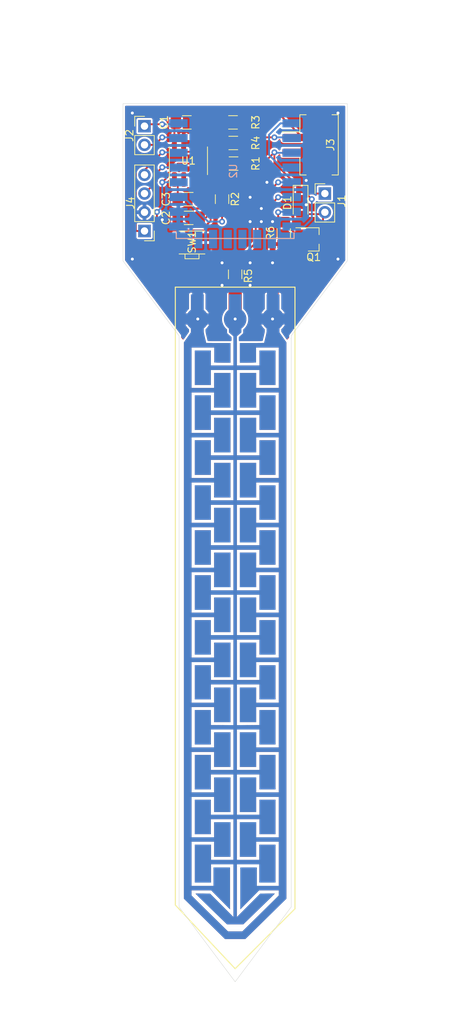
<source format=kicad_pcb>
(kicad_pcb (version 20171130) (host pcbnew "(5.1.2)-2")
  (layers (0 F.Cu signal) (31 B.Cu signal) (34 B.Paste user) (35 F.Paste user) (36 B.SilkS user) (37 F.SilkS user) (38 B.Mask user hide) (39 F.Mask user hide) (44 Edge.Cuts user))
  (net 0 "")
  (net 1 GND)
  (net 2 +5V)
  (net 3 "Net-(C2-Pad1)")
  (net 4 +3V3)
  (net 5 SOIL_IN)
  (net 6 "Net-(D1-Pad2)")
  (net 7 FTDI_TX)
  (net 8 FTDI_RX)
  (net 9 SCL)
  (net 10 SDA)
  (net 11 Water)
  (net 12 "Net-(R1-Pad2)")
  (net 13 "Net-(R2-Pad2)")
  (net 14 ADC)
  (net 15 SOIL_OUT)
  (net 16 "Net-(U2-Pad1)")
  (net 17 "Net-(U2-Pad17)")
  (net 18 "Net-(U2-Pad18)")
  (net 19 "Net-(U2-Pad19)")
  (net 20 "Net-(U2-Pad20)")
  (net 21 "Net-(U2-Pad21)")
  (net 22 "Net-(U2-Pad22)")
  (module sqcap-flat (layer F.Cu) (at 109.22 121.92 90)
    (fp_text reference SFC hide)
    (fp_text value sfc* hide)
    (fp_poly (pts (xy 43.73118 0.84582) (xy 42.68724 0.84582) (xy 41.6433 0.84582) (xy 41.55948 0.95504) (xy 41.42994 1.09982) (xy 41.26992 1.2319) (xy 41.08958 1.3462) (xy 40.89908 1.4351) (xy 40.84066 1.45796) (xy 40.73144 1.48336) (xy 40.73144 -0.03048) (xy 40.71112 -0.12954) (xy 40.66286 -0.21844) (xy 40.59174 -0.2921) (xy 40.49776 -0.34036) (xy 40.38092 -0.36068) (xy 40.37584 -0.36068) (xy 40.25646 -0.34036) (xy 40.15486 -0.28448) (xy 40.07612 -0.19812) (xy 40.02786 -0.09144) (xy 40.01516 0.02794) (xy 40.04056 0.13716) (xy 40.09898 0.23114) (xy 40.1828 0.3048) (xy 40.28694 0.35052) (xy 40.37076 0.36068) (xy 40.44696 0.35306) (xy 40.513 0.33782) (xy 40.53078 0.3302) (xy 40.6273 0.25908) (xy 40.6908 0.17272) (xy 40.72636 0.07366) (xy 40.73144 -0.03048) (xy 40.73144 1.48336) (xy 40.60698 1.51384) (xy 40.36822 1.53162) (xy 40.12946 1.5113) (xy 39.89578 1.45542) (xy 39.6748 1.36398) (xy 39.4716 1.23952) (xy 39.28872 1.08458) (xy 39.1922 0.97536) (xy 39.08806 0.84582) (xy 38.83152 0.84582) (xy 38.57244 0.84582) (xy 38.30574 0.54102) (xy 38.0365 0.23368) (xy 36.05784 0.23368) (xy 34.07918 0.23368) (xy 34.07918 1.76784) (xy 34.07918 3.302) (xy 35.09518 3.302) (xy 36.11118 3.302) (xy 36.11118 4.39166) (xy 36.11118 5.48132) (xy 33.77184 5.48132) (xy 31.4325 5.48132) (xy 31.4325 4.39166) (xy 31.4325 3.302) (xy 32.4485 3.302) (xy 33.4645 3.302) (xy 33.4645 1.76784) (xy 33.4645 0.23368) (xy 30.72384 0.23368) (xy 27.98318 0.23368) (xy 27.98318 1.76784) (xy 27.98318 3.302) (xy 29.00934 3.302) (xy 30.0355 3.302) (xy 30.0355 4.39166) (xy 30.0355 5.48132) (xy 27.686 5.48132) (xy 25.3365 5.48132) (xy 25.3365 4.39166) (xy 25.3365 3.302) (xy 26.3525 3.302) (xy 27.3685 3.302) (xy 27.3685 1.76784) (xy 27.3685 0.23368) (xy 24.62784 0.23368) (xy 21.88718 0.23368) (xy 21.88718 1.76784) (xy 21.88718 3.302) (xy 22.91334 3.302) (xy 23.9395 3.302) (xy 23.9395 4.39166) (xy 23.9395 5.48132) (xy 21.59 5.48132) (xy 19.2405 5.48132) (xy 19.2405 4.39166) (xy 19.2405 3.302) (xy 20.2565 3.302) (xy 21.2725 3.302) (xy 21.2725 1.76784) (xy 21.2725 0.23368) (xy 18.53184 0.23368) (xy 15.79118 0.23368) (xy 15.79118 1.76784) (xy 15.79118 3.302) (xy 16.80718 3.302) (xy 17.82318 3.302) (xy 17.82318 4.39166) (xy 17.82318 5.48132) (xy 15.48384 5.48132) (xy 13.1445 5.48132) (xy 13.1445 4.39166) (xy 13.1445 3.302) (xy 14.1605 3.302) (xy 15.1765 3.302) (xy 15.1765 1.76784) (xy 15.1765 0.23368) (xy 12.43584 0.23368) (xy 9.69518 0.23368) (xy 9.69518 1.76784) (xy 9.69518 3.302) (xy 10.71118 3.302) (xy 11.72718 3.302) (xy 11.72718 4.39166) (xy 11.72718 5.48132) (xy 9.38784 5.48132) (xy 7.0485 5.48132) (xy 7.0485 4.39166) (xy 7.0485 3.302) (xy 8.0645 3.302) (xy 9.0805 3.302) (xy 9.0805 1.76784) (xy 9.0805 0.23368) (xy 6.32968 0.23368) (xy 3.57632 0.23368) (xy 3.57632 1.76784) (xy 3.57632 3.302) (xy 4.60502 3.302) (xy 5.63118 3.302) (xy 5.63118 4.39166) (xy 5.63118 5.48132) (xy 3.28168 5.48132) (xy 0.93218 5.48132) (xy 0.93218 4.39166) (xy 0.93218 3.302) (xy 1.95834 3.302) (xy 2.9845 3.302) (xy 2.9845 1.76784) (xy 2.9845 0.23368) (xy 0.24384 0.23368) (xy -2.49682 0.23368) (xy -2.49682 1.76784) (xy -2.49682 3.302) (xy -1.48082 3.302) (xy -0.46482 3.302) (xy -0.46482 4.39166) (xy -0.46482 5.48132) (xy -2.80416 5.48132) (xy -5.1435 5.48132) (xy -5.1435 4.39166) (xy -5.1435 3.302) (xy -4.1275 3.302) (xy -3.1115 3.302) (xy -3.1115 1.76784) (xy -3.1115 0.23368) (xy -5.84708 0.23876) (xy -8.58266 0.24384) (xy -8.58266 1.76784) (xy -8.58266 3.29184) (xy -7.58444 3.29692) (xy -6.58368 3.302) (xy -6.58368 4.39166) (xy -6.58368 5.48132) (xy -8.90016 5.48132) (xy -11.21918 5.48132) (xy -11.21918 4.39166) (xy -11.21918 3.302) (xy -10.20318 3.302) (xy -9.18718 3.302) (xy -9.18718 1.76784) (xy -9.18718 0.23368) (xy -11.94816 0.23368) (xy -14.71168 0.23368) (xy -14.7066 1.76276) (xy -14.70152 3.29184) (xy -13.68044 3.29692) (xy -12.65682 3.302) (xy -12.65682 4.39166) (xy -12.65682 5.48132) (xy -14.99616 5.48132) (xy -17.3355 5.48132) (xy -17.3355 4.39166) (xy -17.3355 3.302) (xy -16.3195 3.302) (xy -15.3035 3.302) (xy -15.3035 1.76784) (xy -15.3035 0.23368) (xy -18.04416 0.23368) (xy -20.78482 0.23368) (xy -20.78482 1.76784) (xy -20.78482 3.302) (xy -19.76882 3.302) (xy -18.75282 3.302) (xy -18.75282 4.39166) (xy -18.75282 5.48132) (xy -21.09216 5.48132) (xy -23.4315 5.48132) (xy -23.4315 4.39166) (xy -23.4315 3.302) (xy -22.4155 3.302) (xy -21.3995 3.302) (xy -21.3995 1.76784) (xy -21.3995 0.23368) (xy -24.13 0.23368) (xy -26.8605 0.23368) (xy -26.8605 1.76784) (xy -26.8605 3.302) (xy -25.8445 3.302) (xy -24.8285 3.302) (xy -24.8285 4.39166) (xy -24.8285 5.48132) (xy -27.16784 5.48132) (xy -29.50718 5.48132) (xy -29.50718 4.39166) (xy -29.50718 3.302) (xy -28.49118 3.302) (xy -27.47518 3.302) (xy -27.47518 1.76784) (xy -27.47518 0.23368) (xy -30.226 0.23368) (xy -32.97682 0.23368) (xy -32.97682 1.75768) (xy -32.97682 3.28168) (xy -31.95066 3.28168) (xy -30.9245 3.28168) (xy -30.9245 4.3815) (xy -30.9245 5.48132) (xy -33.49752 5.48132) (xy -36.068 5.48132) (xy -36.068 4.3815) (xy -36.068 3.28168) (xy -34.83102 3.28168) (xy -33.5915 3.28168) (xy -33.5915 1.75768) (xy -33.5915 0.23368) (xy -37.16274 0.23368) (xy -40.73652 0.23368) (xy -39.14902 1.81864) (xy -37.56406 3.40614) (xy -37.5539 4.37388) (xy -37.55136 4.57454) (xy -37.55136 4.7625) (xy -37.55136 4.93268) (xy -37.54882 5.08508) (xy -37.54882 5.20954) (xy -37.55136 5.30352) (xy -37.55136 5.36448) (xy -37.5539 5.3848) (xy -37.56152 5.3848) (xy -37.58438 5.36702) (xy -37.62248 5.334) (xy -37.67836 5.28066) (xy -37.75202 5.20954) (xy -37.846 5.1181) (xy -37.95776 5.00634) (xy -38.09238 4.86918) (xy -38.24986 4.70916) (xy -38.4302 4.52374) (xy -38.63594 4.31292) (xy -38.86708 4.0767) (xy -39.12616 3.81) (xy -39.41318 3.51282) (xy -39.44366 3.4798) (xy -39.68242 3.23596) (xy -39.91356 2.9972) (xy -40.13708 2.76352) (xy -40.35298 2.54254) (xy -40.55618 2.33172) (xy -40.74668 2.1336) (xy -40.92194 1.95326) (xy -41.07942 1.7907) (xy -41.21658 1.64846) (xy -41.33342 1.52908) (xy -41.4274 1.43256) (xy -41.49344 1.36144) (xy -41.53408 1.3208) (xy -41.73982 1.10744) (xy -41.73982 0) (xy -41.73982 -1.10744) (xy -41.53408 -1.3208) (xy -41.49344 -1.36398) (xy -41.42486 -1.43256) (xy -41.33088 -1.53162) (xy -41.21404 -1.651) (xy -41.07688 -1.79324) (xy -40.9194 -1.95834) (xy -40.74414 -2.13868) (xy -40.55364 -2.33426) (xy -40.35044 -2.54508) (xy -40.13454 -2.7686) (xy -39.90848 -2.99974) (xy -39.67734 -3.24104) (xy -39.44366 -3.48234) (xy -39.1541 -3.77952) (xy -38.89502 -4.04876) (xy -38.6588 -4.29006) (xy -38.45052 -4.50342) (xy -38.26764 -4.69138) (xy -38.11016 -4.85394) (xy -37.973 -4.9911) (xy -37.85616 -5.10794) (xy -37.76218 -5.20192) (xy -37.68598 -5.27558) (xy -37.62756 -5.32892) (xy -37.58692 -5.36448) (xy -37.56152 -5.3848) (xy -37.5539 -5.38734) (xy -37.55136 -5.35686) (xy -37.55136 -5.29082) (xy -37.54882 -5.18922) (xy -37.54882 -5.05968) (xy -37.55136 -4.90474) (xy -37.55136 -4.73202) (xy -37.5539 -4.54152) (xy -37.5539 -4.37642) (xy -37.56406 -3.40614) (xy -39.14902 -1.81864) (xy -40.73652 -0.23368) (xy -37.16274 -0.23368) (xy -33.5915 -0.23368) (xy -33.5915 -1.75768) (xy -33.5915 -3.28168) (xy -34.83102 -3.28168) (xy -36.068 -3.28168) (xy -36.068 -4.3815) (xy -36.068 -5.48132) (xy -33.49752 -5.48132) (xy -30.9245 -5.48132) (xy -30.9245 -4.3815) (xy -30.9245 -3.28168) (xy -31.95066 -3.28168) (xy -32.97682 -3.28168) (xy -32.97682 -1.75768) (xy -32.97682 -0.23368) (xy -30.226 -0.23368) (xy -27.47518 -0.23368) (xy -27.47518 -1.76784) (xy -27.47518 -3.302) (xy -28.49118 -3.302) (xy -29.50718 -3.302) (xy -29.50718 -4.39166) (xy -29.50718 -5.48132) (xy -27.16784 -5.48132) (xy -24.8285 -5.48132) (xy -24.8285 -4.39166) (xy -24.8285 -3.302) (xy -25.8445 -3.302) (xy -26.8605 -3.302) (xy -26.8605 -1.76784) (xy -26.8605 -0.23368) (xy -24.13 -0.23368) (xy -21.3995 -0.23368) (xy -21.3995 -1.76784) (xy -21.3995 -3.302) (xy -22.4155 -3.302) (xy -23.4315 -3.302) (xy -23.4315 -4.39166) (xy -23.4315 -5.48132) (xy -21.09216 -5.48132) (xy -18.75282 -5.48132) (xy -18.75282 -4.39166) (xy -18.75282 -3.302) (xy -19.76882 -3.302) (xy -20.78482 -3.302) (xy -20.78482 -1.76784) (xy -20.78482 -0.23368) (xy -18.04416 -0.23368) (xy -15.3035 -0.23368) (xy -15.3035 -1.76784) (xy -15.3035 -3.302) (xy -16.3195 -3.302) (xy -17.3355 -3.302) (xy -17.3355 -4.39166) (xy -17.3355 -5.48132) (xy -14.99616 -5.48132) (xy -12.65682 -5.48132) (xy -12.65682 -4.39166) (xy -12.65682 -3.302) (xy -13.68044 -3.29692) (xy -14.70152 -3.29184) (xy -14.7066 -1.76276) (xy -14.71168 -0.23368) (xy -11.94816 -0.23368) (xy -9.18718 -0.23368) (xy -9.18718 -1.76784) (xy -9.18718 -3.302) (xy -10.20318 -3.302) (xy -11.21918 -3.302) (xy -11.21918 -4.39166) (xy -11.21918 -5.48132) (xy -8.90016 -5.48132) (xy -6.58368 -5.48132) (xy -6.58368 -4.39166) (xy -6.58368 -3.302) (xy -7.58444 -3.29692) (xy -8.58266 -3.29184) (xy -8.58266 -1.76784) (xy -8.58266 -0.24384) (xy -5.84708 -0.23876) (xy -3.1115 -0.23368) (xy -3.1115 -1.76784) (xy -3.1115 -3.302) (xy -4.1275 -3.302) (xy -5.1435 -3.302) (xy -5.1435 -4.39166) (xy -5.1435 -5.48132) (xy -2.80416 -5.48132) (xy -0.46482 -5.48132) (xy -0.46482 -4.39166) (xy -0.46482 -3.302) (xy -1.48082 -3.302) (xy -2.49682 -3.302) (xy -2.49682 -1.76784) (xy -2.49682 -0.23368) (xy 0.24384 -0.23368) (xy 2.9845 -0.23368) (xy 2.9845 -1.76784) (xy 2.9845 -3.302) (xy 1.95834 -3.302) (xy 0.93218 -3.302) (xy 0.93218 -4.39166) (xy 0.93218 -5.48132) (xy 3.28168 -5.48132) (xy 5.63118 -5.48132) (xy 5.63118 -4.39166) (xy 5.63118 -3.302) (xy 4.60502 -3.302) (xy 3.57632 -3.302) (xy 3.57632 -1.76784) (xy 3.57632 -0.23368) (xy 6.32968 -0.23368) (xy 9.0805 -0.23368) (xy 9.0805 -1.76784) (xy 9.0805 -3.302) (xy 8.0645 -3.302) (xy 7.0485 -3.302) (xy 7.0485 -4.39166) (xy 7.0485 -5.48132) (xy 9.38784 -5.48132) (xy 11.72718 -5.48132) (xy 11.72718 -4.39166) (xy 11.72718 -3.302) (xy 10.71118 -3.302) (xy 9.69518 -3.302) (xy 9.69518 -1.76784) (xy 9.69518 -0.23368) (xy 12.43584 -0.23368) (xy 15.1765 -0.23368) (xy 15.1765 -1.76784) (xy 15.1765 -3.302) (xy 14.1605 -3.302) (xy 13.1445 -3.302) (xy 13.1445 -4.39166) (xy 13.1445 -5.48132) (xy 15.48384 -5.48132) (xy 17.82318 -5.48132) (xy 17.82318 -4.39166) (xy 17.82318 -3.302) (xy 16.80718 -3.302) (xy 15.79118 -3.302) (xy 15.79118 -1.76784) (xy 15.79118 -0.23368) (xy 18.53184 -0.23368) (xy 21.2725 -0.23368) (xy 21.2725 -1.76784) (xy 21.2725 -3.302) (xy 20.2565 -3.302) (xy 19.2405 -3.302) (xy 19.2405 -4.39166) (xy 19.2405 -5.48132) (xy 21.59 -5.48132) (xy 23.9395 -5.48132) (xy 23.9395 -4.39166) (xy 23.9395 -3.302) (xy 22.91334 -3.302) (xy 21.88718 -3.302) (xy 21.88718 -1.76784) (xy 21.88718 -0.23368) (xy 24.62784 -0.23368) (xy 27.3685 -0.23368) (xy 27.3685 -1.76784) (xy 27.3685 -3.302) (xy 26.3525 -3.302) (xy 25.3365 -3.302) (xy 25.3365 -4.39166) (xy 25.3365 -5.48132) (xy 27.686 -5.48132) (xy 30.0355 -5.48132) (xy 30.0355 -4.39166) (xy 30.0355 -3.302) (xy 29.00934 -3.302) (xy 27.98318 -3.302) (xy 27.98318 -1.76784) (xy 27.98318 -0.23368) (xy 30.72384 -0.23368) (xy 33.4645 -0.23368) (xy 33.4645 -1.76784) (xy 33.4645 -3.302) (xy 32.4485 -3.302) (xy 31.4325 -3.302) (xy 31.4325 -4.39166) (xy 31.4325 -5.48132) (xy 33.77184 -5.48132) (xy 36.11118 -5.48132) (xy 36.11118 -4.39166) (xy 36.11118 -3.302) (xy 35.09518 -3.302) (xy 34.07918 -3.302) (xy 34.07918 -1.76784) (xy 34.07918 -0.23368) (xy 36.05784 -0.23368) (xy 38.0365 -0.23368) (xy 38.30574 -0.54102) (xy 38.57244 -0.84582) (xy 38.83152 -0.84582) (xy 39.08806 -0.84582) (xy 39.1922 -0.97536) (xy 39.35476 -1.14808) (xy 39.5478 -1.29286) (xy 39.7637 -1.40462) (xy 39.99738 -1.4859) (xy 40.19296 -1.52146) (xy 40.4241 -1.53162) (xy 40.65778 -1.50114) (xy 40.88638 -1.43764) (xy 41.10228 -1.34112) (xy 41.3004 -1.21158) (xy 41.47312 -1.05918) (xy 41.55948 -0.95504) (xy 41.6433 -0.84836) (xy 42.68724 -0.84836) (xy 43.73118 -0.84582) (xy 43.73118 0) (xy 43.73118 0.84582)) (layer B.Cu) (width 0.00254))
    (fp_poly (pts (xy 43.70832 6.01218) (xy 42.66692 6.01218) (xy 41.62298 6.01218) (xy 41.53408 6.12648) (xy 41.40708 6.26364) (xy 41.2496 6.3881) (xy 41.0718 6.49986) (xy 40.88638 6.58368) (xy 40.83558 6.604) (xy 40.73144 6.6294) (xy 40.73144 5.09016) (xy 40.72636 5.06222) (xy 40.67556 4.94792) (xy 40.59936 4.86664) (xy 40.49776 4.81838) (xy 40.37584 4.80314) (xy 40.24884 4.81838) (xy 40.14978 4.86664) (xy 40.09136 4.92506) (xy 40.03548 5.02666) (xy 40.01516 5.13334) (xy 40.02786 5.24002) (xy 40.07104 5.33654) (xy 40.14216 5.41782) (xy 40.2336 5.47624) (xy 40.34282 5.50164) (xy 40.37076 5.50418) (xy 40.44696 5.49656) (xy 40.513 5.48132) (xy 40.53078 5.4737) (xy 40.62476 5.40258) (xy 40.69334 5.3086) (xy 40.73144 5.20192) (xy 40.73144 5.09016) (xy 40.73144 6.6294) (xy 40.59682 6.66242) (xy 40.35552 6.67766) (xy 40.11676 6.65734) (xy 39.88308 6.59638) (xy 39.6621 6.49986) (xy 39.45636 6.36778) (xy 39.2684 6.20014) (xy 39.19474 6.11632) (xy 39.10584 6.01218) (xy 38.83914 6.01218) (xy 38.57244 6.01218) (xy 37.89172 6.48716) (xy 37.21354 6.96468) (xy -0.52324 6.96468) (xy -38.26002 6.96468) (xy -40.9956 4.17576) (xy -43.73118 1.38684) (xy -43.73118 0) (xy -43.73118 -1.38684) (xy -40.9956 -4.17576) (xy -38.26002 -6.96468) (xy -0.52324 -6.96468) (xy 37.21354 -6.96468) (xy 37.89172 -6.48716) (xy 38.57244 -6.01218) (xy 38.83914 -6.01218) (xy 39.10584 -6.01218) (xy 39.19474 -6.11886) (xy 39.37 -6.2992) (xy 39.57066 -6.44652) (xy 39.78402 -6.55828) (xy 40.01262 -6.63448) (xy 40.24884 -6.67512) (xy 40.49014 -6.67512) (xy 40.73144 -6.63448) (xy 40.83558 -6.604) (xy 41.021 -6.52526) (xy 41.20134 -6.42112) (xy 41.36644 -6.2992) (xy 41.50106 -6.16458) (xy 41.53408 -6.12648) (xy 41.62298 -6.01218) (xy 42.66692 -6.01218) (xy 43.70832 -6.01218) (xy 43.70832 -5.1435) (xy 43.70832 -4.27482) (xy 42.66438 -4.27736) (xy 41.6179 -4.27736) (xy 41.51884 -4.16052) (xy 41.34358 -3.98526) (xy 41.13784 -3.84302) (xy 40.90416 -3.72872) (xy 40.767 -3.68046) (xy 40.73144 -3.67284) (xy 40.73144 -5.1054) (xy 40.7289 -5.21462) (xy 40.72382 -5.23494) (xy 40.67302 -5.3467) (xy 40.59428 -5.43052) (xy 40.49268 -5.4864) (xy 40.37584 -5.50418) (xy 40.259 -5.4864) (xy 40.16248 -5.4356) (xy 40.08628 -5.3594) (xy 40.03802 -5.26542) (xy 40.01516 -5.16128) (xy 40.02786 -5.05206) (xy 40.07358 -4.94792) (xy 40.09136 -4.92506) (xy 40.13708 -4.8768) (xy 40.18026 -4.84378) (xy 40.28186 -4.81076) (xy 40.39616 -4.8006) (xy 40.50792 -4.81838) (xy 40.56888 -4.84378) (xy 40.64762 -4.90728) (xy 40.7035 -4.99872) (xy 40.73144 -5.1054) (xy 40.73144 -3.67284) (xy 40.63238 -3.64998) (xy 40.46982 -3.63474) (xy 40.30218 -3.62966) (xy 40.13962 -3.64236) (xy 39.99992 -3.66522) (xy 39.9923 -3.66776) (xy 39.74846 -3.75666) (xy 39.53002 -3.87604) (xy 39.32936 -4.03606) (xy 39.22776 -4.13766) (xy 39.10076 -4.27482) (xy 38.83152 -4.27482) (xy 38.75786 -4.27482) (xy 38.69436 -4.27482) (xy 38.6334 -4.26974) (xy 38.5699 -4.26466) (xy 38.50132 -4.25196) (xy 38.4175 -4.23672) (xy 38.31336 -4.21386) (xy 38.18636 -4.18592) (xy 38.02888 -4.14782) (xy 37.8587 -4.10718) (xy 37.6936 -4.06654) (xy 37.5412 -4.03098) (xy 37.40404 -3.99796) (xy 37.29228 -3.97256) (xy 37.20846 -3.95224) (xy 37.15512 -3.93954) (xy 37.14242 -3.937) (xy 37.13988 -3.91668) (xy 37.13734 -3.85826) (xy 37.1348 -3.76174) (xy 37.13226 -3.6322) (xy 37.13226 -3.47472) (xy 37.12972 -3.29184) (xy 37.12718 -3.08356) (xy 37.12718 -2.8575) (xy 37.12718 -2.61366) (xy 37.12718 -2.35458) (xy 37.12718 -2.286) (xy 37.12718 -0.635) (xy 35.7886 -0.635) (xy 34.45002 -0.635) (xy 34.45256 -1.45542) (xy 34.4551 -1.651) (xy 34.45764 -1.84658) (xy 34.46018 -2.03454) (xy 34.46272 -2.20472) (xy 34.46526 -2.35458) (xy 34.4678 -2.47396) (xy 34.47288 -2.55524) (xy 34.48558 -2.83718) (xy 35.49904 -2.83718) (xy 36.5125 -2.83718) (xy 36.5125 -4.3815) (xy 36.5125 -5.92582) (xy 33.77184 -5.92582) (xy 31.03118 -5.92582) (xy 31.03118 -4.39166) (xy 31.03118 -2.8575) (xy 32.04718 -2.8575) (xy 33.06318 -2.8575) (xy 33.06318 -1.74752) (xy 33.06318 -0.635) (xy 30.71368 -0.635) (xy 28.36418 -0.635) (xy 28.36418 -1.74752) (xy 28.36418 -2.8575) (xy 29.39034 -2.8575) (xy 30.4165 -2.8575) (xy 30.4165 -4.39166) (xy 30.4165 -5.92582) (xy 27.67584 -5.92582) (xy 24.93518 -5.92582) (xy 24.93518 -4.39166) (xy 24.93518 -2.8575) (xy 25.96134 -2.8575) (xy 26.9875 -2.8575) (xy 26.9875 -1.74752) (xy 26.9875 -0.635) (xy 24.638 -0.635) (xy 22.2885 -0.635) (xy 22.2885 -1.74752) (xy 22.2885 -2.8575) (xy 23.3045 -2.8575) (xy 24.3205 -2.8575) (xy 24.3205 -4.39166) (xy 24.3205 -5.92582) (xy 21.56968 -5.92582) (xy 18.81632 -5.92582) (xy 18.81632 -4.39166) (xy 18.81632 -2.8575) (xy 19.84502 -2.8575) (xy 20.87118 -2.8575) (xy 20.87118 -1.74752) (xy 20.87118 -0.635) (xy 18.52168 -0.635) (xy 16.17218 -0.635) (xy 16.17218 -1.74752) (xy 16.17218 -2.8575) (xy 17.18818 -2.8575) (xy 18.20418 -2.8575) (xy 18.20418 -4.39166) (xy 18.20418 -5.92582) (xy 15.47368 -5.92582) (xy 12.74318 -5.92582) (xy 12.74318 -4.39166) (xy 12.74318 -2.8575) (xy 13.75918 -2.8575) (xy 14.77518 -2.8575) (xy 14.77518 -1.74752) (xy 14.77518 -0.635) (xy 12.42568 -0.635) (xy 10.07618 -0.635) (xy 10.07618 -1.74752) (xy 10.07618 -2.8575) (xy 11.10234 -2.8575) (xy 12.1285 -2.8575) (xy 12.1285 -4.39166) (xy 12.1285 -5.92582) (xy 9.38784 -5.92582) (xy 6.64718 -5.92582) (xy 6.64718 -4.39166) (xy 6.64718 -2.8575) (xy 7.67334 -2.8575) (xy 8.6995 -2.8575) (xy 8.6995 -1.74752) (xy 8.6995 -0.635) (xy 6.35 -0.635) (xy 4.0005 -0.635) (xy 4.0005 -1.74752) (xy 4.0005 -2.8575) (xy 5.0165 -2.8575) (xy 6.0325 -2.8575) (xy 6.0325 -4.39166) (xy 6.0325 -5.92582) (xy 3.29184 -5.92582) (xy 0.55118 -5.92582) (xy 0.55118 -4.39166) (xy 0.55118 -2.8575) (xy 1.57734 -2.8575) (xy 2.6035 -2.8575) (xy 2.6035 -1.74752) (xy 2.6035 -0.635) (xy 0.254 -0.635) (xy -2.0955 -0.635) (xy -2.0955 -1.74752) (xy -2.0955 -2.8575) (xy -1.0795 -2.8575) (xy -0.0635 -2.8575) (xy -0.0635 -4.39166) (xy -0.0635 -5.92582) (xy -2.80416 -5.92582) (xy -5.54482 -5.92582) (xy -5.54482 -4.39166) (xy -5.54482 -2.8575) (xy -4.52882 -2.8575) (xy -3.51282 -2.8575) (xy -3.51282 -1.74752) (xy -3.51282 -0.635) (xy -5.86232 -0.635) (xy -8.21182 -0.635) (xy -8.21182 -1.74752) (xy -8.21182 -2.8575) (xy -7.18566 -2.8575) (xy -6.1595 -2.8575) (xy -6.1595 -4.39166) (xy -6.1595 -5.92582) (xy -8.91032 -5.92582) (xy -11.66368 -5.92582) (xy -11.66368 -4.39166) (xy -11.66368 -2.8575) (xy -10.63752 -2.8575) (xy -9.60882 -2.8575) (xy -9.60882 -1.74752) (xy -9.60882 -0.635) (xy -11.95832 -0.635) (xy -14.30782 -0.635) (xy -14.30782 -1.74752) (xy -14.30782 -2.8575) (xy -13.28166 -2.8575) (xy -12.2555 -2.8575) (xy -12.2555 -4.39166) (xy -12.2555 -5.92582) (xy -14.99616 -5.92582) (xy -17.73682 -5.92582) (xy -17.73682 -4.39166) (xy -17.73682 -2.8575) (xy -16.71066 -2.8575) (xy -15.6845 -2.8575) (xy -15.6845 -1.74752) (xy -15.6845 -0.635) (xy -18.034 -0.635) (xy -20.3835 -0.635) (xy -20.3835 -1.74752) (xy -20.3835 -2.8575) (xy -19.3675 -2.8575) (xy -18.3515 -2.8575) (xy -18.3515 -4.39166) (xy -18.3515 -5.92582) (xy -21.09216 -5.92582) (xy -23.83282 -5.92582) (xy -23.83282 -4.39166) (xy -23.83282 -2.8575) (xy -22.81682 -2.8575) (xy -21.80082 -2.8575) (xy -21.80082 -1.74752) (xy -21.80082 -0.635) (xy -24.15032 -0.635) (xy -26.49982 -0.635) (xy -26.49982 -1.74752) (xy -26.49982 -2.8575) (xy -25.47366 -2.8575) (xy -24.4475 -2.8575) (xy -24.4475 -4.39166) (xy -24.4475 -5.92582) (xy -27.18816 -5.92582) (xy -29.92882 -5.92582) (xy -29.92882 -4.39166) (xy -29.92882 -2.8575) (xy -28.90266 -2.8575) (xy -27.8765 -2.8575) (xy -27.8765 -1.74752) (xy -27.8765 -0.635) (xy -30.226 -0.635) (xy -32.5755 -0.635) (xy -32.5755 -1.74752) (xy -32.5755 -2.8575) (xy -31.54934 -2.8575) (xy -30.52318 -2.8575) (xy -30.52318 -4.39166) (xy -30.52318 -5.92582) (xy -33.51784 -5.92582) (xy -36.5125 -5.92582) (xy -36.5125 -4.43484) (xy -36.5125 -2.94132) (xy -35.26282 -2.94132) (xy -34.01568 -2.94132) (xy -34.01568 -1.82118) (xy -34.01568 -0.6985) (xy -36.86048 -0.6985) (xy -39.70528 -0.6985) (xy -38.5064 -1.8923) (xy -38.3159 -2.08026) (xy -38.13302 -2.2606) (xy -37.9603 -2.43332) (xy -37.80028 -2.5908) (xy -37.65296 -2.73558) (xy -37.52342 -2.86512) (xy -37.4142 -2.97434) (xy -37.3253 -3.0607) (xy -37.25926 -3.1242) (xy -37.2237 -3.15976) (xy -37.21608 -3.16484) (xy -37.12718 -3.24358) (xy -37.12718 -4.5847) (xy -37.12718 -5.92582) (xy -37.47262 -5.92836) (xy -37.81552 -5.92836) (xy -38.33622 -5.40258) (xy -38.4175 -5.3213) (xy -38.52672 -5.21208) (xy -38.66134 -5.07492) (xy -38.81628 -4.91744) (xy -38.99154 -4.73964) (xy -39.18458 -4.54406) (xy -39.39286 -4.3307) (xy -39.61384 -4.10718) (xy -39.84498 -3.8735) (xy -40.08374 -3.62966) (xy -40.32758 -3.38074) (xy -40.57396 -3.12928) (xy -40.77462 -2.92354) (xy -42.69232 -0.97028) (xy -42.69232 0) (xy -42.69232 0.97028) (xy -40.77462 2.92354) (xy -40.52824 3.17754) (xy -40.28186 3.42646) (xy -40.03802 3.67538) (xy -39.8018 3.91668) (xy -39.57066 4.15036) (xy -39.35222 4.37134) (xy -39.14648 4.57962) (xy -38.95852 4.77266) (xy -38.7858 4.94792) (xy -38.6334 5.10286) (xy -38.50386 5.2324) (xy -38.39972 5.33908) (xy -38.33622 5.40258) (xy -37.81552 5.92582) (xy -37.47262 5.92582) (xy -37.12718 5.92582) (xy -37.12718 4.5847) (xy -37.12718 3.24358) (xy -37.21608 3.16484) (xy -37.24656 3.1369) (xy -37.30244 3.08102) (xy -37.38372 3.00228) (xy -37.48786 2.90068) (xy -37.61232 2.77622) (xy -37.75456 2.63652) (xy -37.9095 2.48158) (xy -38.07968 2.31394) (xy -38.26002 2.13614) (xy -38.44798 1.94818) (xy -38.5064 1.8923) (xy -39.70528 0.6985) (xy -36.86048 0.6985) (xy -34.01568 0.6985) (xy -34.01568 1.82118) (xy -34.01568 2.94132) (xy -35.26282 2.94132) (xy -36.5125 2.94132) (xy -36.5125 4.43484) (xy -36.5125 5.92582) (xy -33.51784 5.92582) (xy -30.52318 5.92582) (xy -30.52318 4.39166) (xy -30.52318 2.8575) (xy -31.54934 2.8575) (xy -32.5755 2.8575) (xy -32.5755 1.74752) (xy -32.5755 0.635) (xy -30.226 0.635) (xy -27.8765 0.635) (xy -27.8765 1.74752) (xy -27.8765 2.8575) (xy -28.90266 2.8575) (xy -29.92882 2.8575) (xy -29.92882 4.39166) (xy -29.92882 5.92582) (xy -27.18816 5.92582) (xy -24.4475 5.92582) (xy -24.4475 4.39166) (xy -24.4475 2.8575) (xy -25.47366 2.8575) (xy -26.49982 2.8575) (xy -26.49982 1.74752) (xy -26.49982 0.635) (xy -24.15032 0.635) (xy -21.80082 0.635) (xy -21.80082 1.74752) (xy -21.80082 2.8575) (xy -22.81682 2.8575) (xy -23.83282 2.8575) (xy -23.83282 4.39166) (xy -23.83282 5.92582) (xy -21.09216 5.92582) (xy -18.3515 5.92582) (xy -18.3515 4.39166) (xy -18.3515 2.8575) (xy -19.3675 2.8575) (xy -20.3835 2.8575) (xy -20.3835 1.74752) (xy -20.3835 0.635) (xy -18.034 0.635) (xy -15.6845 0.635) (xy -15.6845 1.74752) (xy -15.6845 2.8575) (xy -16.71066 2.8575) (xy -17.73682 2.8575) (xy -17.73682 4.39166) (xy -17.73682 5.92582) (xy -14.99616 5.92582) (xy -12.2555 5.92582) (xy -12.2555 4.39166) (xy -12.2555 2.8575) (xy -13.28166 2.8575) (xy -14.30782 2.8575) (xy -14.30782 1.74752) (xy -14.30782 0.635) (xy -11.95832 0.635) (xy -9.60882 0.635) (xy -9.60882 1.74752) (xy -9.60882 2.8575) (xy -10.63752 2.8575) (xy -11.66368 2.8575) (xy -11.66368 4.39166) (xy -11.66368 5.92582) (xy -8.91032 5.92582) (xy -6.1595 5.92582) (xy -6.1595 4.39166) (xy -6.1595 2.8575) (xy -7.18566 2.8575) (xy -8.21182 2.8575) (xy -8.21182 1.74752) (xy -8.21182 0.635) (xy -5.86232 0.635) (xy -3.51282 0.635) (xy -3.51282 1.74752) (xy -3.51282 2.8575) (xy -4.52882 2.8575) (xy -5.54482 2.8575) (xy -5.54482 4.39166) (xy -5.54482 5.92582) (xy -2.80416 5.92582) (xy -0.0635 5.92582) (xy -0.0635 4.39166) (xy -0.0635 2.8575) (xy -1.0795 2.8575) (xy -2.0955 2.8575) (xy -2.0955 1.74752) (xy -2.0955 0.635) (xy 0.254 0.635) (xy 2.6035 0.635) (xy 2.6035 1.74752) (xy 2.6035 2.8575) (xy 1.57734 2.8575) (xy 0.55118 2.8575) (xy 0.55118 4.39166) (xy 0.55118 5.92582) (xy 3.29184 5.92582) (xy 6.0325 5.92582) (xy 6.0325 4.39166) (xy 6.0325 2.8575) (xy 5.0165 2.8575) (xy 4.0005 2.8575) (xy 4.0005 1.74752) (xy 4.0005 0.635) (xy 6.35 0.635) (xy 8.6995 0.635) (xy 8.6995 1.74752) (xy 8.6995 2.8575) (xy 7.67334 2.8575) (xy 6.64718 2.8575) (xy 6.64718 4.39166) (xy 6.64718 5.92582) (xy 9.38784 5.92582) (xy 12.1285 5.92582) (xy 12.1285 4.39166) (xy 12.1285 2.8575) (xy 11.10234 2.8575) (xy 10.07618 2.8575) (xy 10.07618 1.74752) (xy 10.07618 0.635) (xy 12.42568 0.635) (xy 14.77518 0.635) (xy 14.77518 1.74752) (xy 14.77518 2.8575) (xy 13.75918 2.8575) (xy 12.74318 2.8575) (xy 12.74318 4.39166) (xy 12.74318 5.92582) (xy 15.47368 5.92582) (xy 18.20418 5.92582) (xy 18.20418 4.39166) (xy 18.20418 2.8575) (xy 17.18818 2.8575) (xy 16.17218 2.8575) (xy 16.17218 1.74752) (xy 16.17218 0.635) (xy 18.52168 0.635) (xy 20.87118 0.635) (xy 20.87118 1.74752) (xy 20.87118 2.8575) (xy 19.84502 2.8575) (xy 18.81632 2.8575) (xy 18.81632 4.39166) (xy 18.81632 5.92582) (xy 21.56968 5.92582) (xy 24.3205 5.92582) (xy 24.3205 4.39166) (xy 24.3205 2.8575) (xy 23.3045 2.8575) (xy 22.2885 2.8575) (xy 22.2885 1.74752) (xy 22.2885 0.635) (xy 24.638 0.635) (xy 26.9875 0.635) (xy 26.9875 1.74752) (xy 26.9875 2.8575) (xy 25.96134 2.8575) (xy 24.93518 2.8575) (xy 24.93518 4.39166) (xy 24.93518 5.92582) (xy 27.67584 5.92582) (xy 30.4165 5.92582) (xy 30.4165 4.39166) (xy 30.4165 2.8575) (xy 29.39034 2.8575) (xy 28.36418 2.8575) (xy 28.36418 1.74752) (xy 28.36418 0.635) (xy 30.71368 0.635) (xy 33.06318 0.635) (xy 33.06318 1.74752) (xy 33.06318 2.8575) (xy 32.04718 2.8575) (xy 31.03118 2.8575) (xy 31.03118 4.39166) (xy 31.03118 5.92582) (xy 33.77184 5.92582) (xy 36.5125 5.92582) (xy 36.5125 4.3815) (xy 36.5125 2.83718) (xy 35.49904 2.83718) (xy 34.48558 2.83718) (xy 34.47288 2.55524) (xy 34.4678 2.46888) (xy 34.46526 2.34696) (xy 34.46272 2.1971) (xy 34.46018 2.02438) (xy 34.45764 1.83642) (xy 34.4551 1.64338) (xy 34.45256 1.45542) (xy 34.45002 0.635) (xy 35.7886 0.635) (xy 37.12718 0.635) (xy 37.12718 2.286) (xy 37.12718 2.54762) (xy 37.12718 2.794) (xy 37.12718 3.02514) (xy 37.12972 3.2385) (xy 37.12972 3.429) (xy 37.13226 3.5941) (xy 37.1348 3.73126) (xy 37.13734 3.8354) (xy 37.13734 3.90398) (xy 37.13988 3.937) (xy 37.14242 3.937) (xy 37.16528 3.94208) (xy 37.2237 3.95478) (xy 37.31514 3.97764) (xy 37.43452 4.00558) (xy 37.57422 4.0386) (xy 37.72916 4.07416) (xy 37.8587 4.10718) (xy 38.0492 4.1529) (xy 38.20414 4.18846) (xy 38.3286 4.2164) (xy 38.42766 4.23926) (xy 38.50894 4.2545) (xy 38.57752 4.26466) (xy 38.64102 4.27228) (xy 38.70198 4.27482) (xy 38.76548 4.27482) (xy 38.83152 4.27482) (xy 39.10076 4.27482) (xy 39.22776 4.13766) (xy 39.41826 3.95986) (xy 39.62654 3.81762) (xy 39.85514 3.71094) (xy 39.9923 3.66776) (xy 40.12946 3.64236) (xy 40.28948 3.62966) (xy 40.45966 3.6322) (xy 40.62222 3.64998) (xy 40.75938 3.67792) (xy 40.767 3.68046) (xy 41.01592 3.77698) (xy 41.2369 3.90398) (xy 41.4274 4.06146) (xy 41.51884 4.16052) (xy 41.6179 4.27482) (xy 42.66438 4.27482) (xy 43.70832 4.27482) (xy 43.70832 5.1435) (xy 43.70832 6.01218)) (layer B.Cu) (width 0.00254))
    (fp_poly (pts (xy 43.73118 0.84582) (xy 42.68724 0.84582) (xy 41.6433 0.84582) (xy 41.55948 0.95504) (xy 41.42994 1.09982) (xy 41.26992 1.2319) (xy 41.08958 1.3462) (xy 40.89908 1.4351) (xy 40.84066 1.45796) (xy 40.73144 1.48336) (xy 40.73144 -0.03048) (xy 40.71112 -0.12954) (xy 40.66286 -0.21844) (xy 40.59174 -0.2921) (xy 40.49776 -0.34036) (xy 40.38092 -0.36068) (xy 40.37584 -0.36068) (xy 40.25646 -0.34036) (xy 40.15486 -0.28448) (xy 40.07612 -0.19812) (xy 40.02786 -0.09144) (xy 40.01516 0.02794) (xy 40.04056 0.13716) (xy 40.09898 0.23114) (xy 40.1828 0.3048) (xy 40.28694 0.35052) (xy 40.37076 0.36068) (xy 40.44696 0.35306) (xy 40.513 0.33782) (xy 40.53078 0.3302) (xy 40.6273 0.25908) (xy 40.6908 0.17272) (xy 40.72636 0.07366) (xy 40.73144 -0.03048) (xy 40.73144 1.48336) (xy 40.60698 1.51384) (xy 40.36822 1.53162) (xy 40.12946 1.5113) (xy 39.89578 1.45542) (xy 39.6748 1.36398) (xy 39.4716 1.23952) (xy 39.28872 1.08458) (xy 39.1922 0.97536) (xy 39.08806 0.84582) (xy 38.83152 0.84582) (xy 38.57244 0.84582) (xy 38.30574 0.54102) (xy 38.0365 0.23368) (xy 36.05784 0.23368) (xy 34.07918 0.23368) (xy 34.07918 1.76784) (xy 34.07918 3.302) (xy 35.09518 3.302) (xy 36.11118 3.302) (xy 36.11118 4.39166) (xy 36.11118 5.48132) (xy 33.77184 5.48132) (xy 31.4325 5.48132) (xy 31.4325 4.39166) (xy 31.4325 3.302) (xy 32.4485 3.302) (xy 33.4645 3.302) (xy 33.4645 1.76784) (xy 33.4645 0.23368) (xy 30.72384 0.23368) (xy 27.98318 0.23368) (xy 27.98318 1.76784) (xy 27.98318 3.302) (xy 29.00934 3.302) (xy 30.0355 3.302) (xy 30.0355 4.39166) (xy 30.0355 5.48132) (xy 27.686 5.48132) (xy 25.3365 5.48132) (xy 25.3365 4.39166) (xy 25.3365 3.302) (xy 26.3525 3.302) (xy 27.3685 3.302) (xy 27.3685 1.76784) (xy 27.3685 0.23368) (xy 24.62784 0.23368) (xy 21.88718 0.23368) (xy 21.88718 1.76784) (xy 21.88718 3.302) (xy 22.91334 3.302) (xy 23.9395 3.302) (xy 23.9395 4.39166) (xy 23.9395 5.48132) (xy 21.59 5.48132) (xy 19.2405 5.48132) (xy 19.2405 4.39166) (xy 19.2405 3.302) (xy 20.2565 3.302) (xy 21.2725 3.302) (xy 21.2725 1.76784) (xy 21.2725 0.23368) (xy 18.53184 0.23368) (xy 15.79118 0.23368) (xy 15.79118 1.76784) (xy 15.79118 3.302) (xy 16.80718 3.302) (xy 17.82318 3.302) (xy 17.82318 4.39166) (xy 17.82318 5.48132) (xy 15.48384 5.48132) (xy 13.1445 5.48132) (xy 13.1445 4.39166) (xy 13.1445 3.302) (xy 14.1605 3.302) (xy 15.1765 3.302) (xy 15.1765 1.76784) (xy 15.1765 0.23368) (xy 12.43584 0.23368) (xy 9.69518 0.23368) (xy 9.69518 1.76784) (xy 9.69518 3.302) (xy 10.71118 3.302) (xy 11.72718 3.302) (xy 11.72718 4.39166) (xy 11.72718 5.48132) (xy 9.38784 5.48132) (xy 7.0485 5.48132) (xy 7.0485 4.39166) (xy 7.0485 3.302) (xy 8.0645 3.302) (xy 9.0805 3.302) (xy 9.0805 1.76784) (xy 9.0805 0.23368) (xy 6.32968 0.23368) (xy 3.57632 0.23368) (xy 3.57632 1.76784) (xy 3.57632 3.302) (xy 4.60502 3.302) (xy 5.63118 3.302) (xy 5.63118 4.39166) (xy 5.63118 5.48132) (xy 3.28168 5.48132) (xy 0.93218 5.48132) (xy 0.93218 4.39166) (xy 0.93218 3.302) (xy 1.95834 3.302) (xy 2.9845 3.302) (xy 2.9845 1.76784) (xy 2.9845 0.23368) (xy 0.24384 0.23368) (xy -2.49682 0.23368) (xy -2.49682 1.76784) (xy -2.49682 3.302) (xy -1.48082 3.302) (xy -0.46482 3.302) (xy -0.46482 4.39166) (xy -0.46482 5.48132) (xy -2.80416 5.48132) (xy -5.1435 5.48132) (xy -5.1435 4.39166) (xy -5.1435 3.302) (xy -4.1275 3.302) (xy -3.1115 3.302) (xy -3.1115 1.76784) (xy -3.1115 0.23368) (xy -5.84708 0.23876) (xy -8.58266 0.24384) (xy -8.58266 1.76784) (xy -8.58266 3.29184) (xy -7.58444 3.29692) (xy -6.58368 3.302) (xy -6.58368 4.39166) (xy -6.58368 5.48132) (xy -8.90016 5.48132) (xy -11.21918 5.48132) (xy -11.21918 4.39166) (xy -11.21918 3.302) (xy -10.20318 3.302) (xy -9.18718 3.302) (xy -9.18718 1.76784) (xy -9.18718 0.23368) (xy -11.94816 0.23368) (xy -14.71168 0.23368) (xy -14.7066 1.76276) (xy -14.70152 3.29184) (xy -13.68044 3.29692) (xy -12.65682 3.302) (xy -12.65682 4.39166) (xy -12.65682 5.48132) (xy -14.99616 5.48132) (xy -17.3355 5.48132) (xy -17.3355 4.39166) (xy -17.3355 3.302) (xy -16.3195 3.302) (xy -15.3035 3.302) (xy -15.3035 1.76784) (xy -15.3035 0.23368) (xy -18.04416 0.23368) (xy -20.78482 0.23368) (xy -20.78482 1.76784) (xy -20.78482 3.302) (xy -19.76882 3.302) (xy -18.75282 3.302) (xy -18.75282 4.39166) (xy -18.75282 5.48132) (xy -21.09216 5.48132) (xy -23.4315 5.48132) (xy -23.4315 4.39166) (xy -23.4315 3.302) (xy -22.4155 3.302) (xy -21.3995 3.302) (xy -21.3995 1.76784) (xy -21.3995 0.23368) (xy -24.13 0.23368) (xy -26.8605 0.23368) (xy -26.8605 1.76784) (xy -26.8605 3.302) (xy -25.8445 3.302) (xy -24.8285 3.302) (xy -24.8285 4.39166) (xy -24.8285 5.48132) (xy -27.16784 5.48132) (xy -29.50718 5.48132) (xy -29.50718 4.39166) (xy -29.50718 3.302) (xy -28.49118 3.302) (xy -27.47518 3.302) (xy -27.47518 1.76784) (xy -27.47518 0.23368) (xy -30.226 0.23368) (xy -32.97682 0.23368) (xy -32.97682 1.75768) (xy -32.97682 3.28168) (xy -31.95066 3.28168) (xy -30.9245 3.28168) (xy -30.9245 4.3815) (xy -30.9245 5.48132) (xy -33.49752 5.48132) (xy -36.068 5.48132) (xy -36.068 4.3815) (xy -36.068 3.28168) (xy -34.83102 3.28168) (xy -33.5915 3.28168) (xy -33.5915 1.75768) (xy -33.5915 0.23368) (xy -37.16274 0.23368) (xy -40.73652 0.23368) (xy -39.14902 1.81864) (xy -37.56406 3.40614) (xy -37.5539 4.37388) (xy -37.55136 4.57454) (xy -37.55136 4.7625) (xy -37.55136 4.93268) (xy -37.54882 5.08508) (xy -37.54882 5.20954) (xy -37.55136 5.30352) (xy -37.55136 5.36448) (xy -37.5539 5.3848) (xy -37.56152 5.3848) (xy -37.58438 5.36702) (xy -37.62248 5.334) (xy -37.67836 5.28066) (xy -37.75202 5.20954) (xy -37.846 5.1181) (xy -37.95776 5.00634) (xy -38.09238 4.86918) (xy -38.24986 4.70916) (xy -38.4302 4.52374) (xy -38.63594 4.31292) (xy -38.86708 4.0767) (xy -39.12616 3.81) (xy -39.41318 3.51282) (xy -39.44366 3.4798) (xy -39.68242 3.23596) (xy -39.91356 2.9972) (xy -40.13708 2.76352) (xy -40.35298 2.54254) (xy -40.55618 2.33172) (xy -40.74668 2.1336) (xy -40.92194 1.95326) (xy -41.07942 1.7907) (xy -41.21658 1.64846) (xy -41.33342 1.52908) (xy -41.4274 1.43256) (xy -41.49344 1.36144) (xy -41.53408 1.3208) (xy -41.73982 1.10744) (xy -41.73982 0) (xy -41.73982 -1.10744) (xy -41.53408 -1.3208) (xy -41.49344 -1.36398) (xy -41.42486 -1.43256) (xy -41.33088 -1.53162) (xy -41.21404 -1.651) (xy -41.07688 -1.79324) (xy -40.9194 -1.95834) (xy -40.74414 -2.13868) (xy -40.55364 -2.33426) (xy -40.35044 -2.54508) (xy -40.13454 -2.7686) (xy -39.90848 -2.99974) (xy -39.67734 -3.24104) (xy -39.44366 -3.48234) (xy -39.1541 -3.77952) (xy -38.89502 -4.04876) (xy -38.6588 -4.29006) (xy -38.45052 -4.50342) (xy -38.26764 -4.69138) (xy -38.11016 -4.85394) (xy -37.973 -4.9911) (xy -37.85616 -5.10794) (xy -37.76218 -5.20192) (xy -37.68598 -5.27558) (xy -37.62756 -5.32892) (xy -37.58692 -5.36448) (xy -37.56152 -5.3848) (xy -37.5539 -5.38734) (xy -37.55136 -5.35686) (xy -37.55136 -5.29082) (xy -37.54882 -5.18922) (xy -37.54882 -5.05968) (xy -37.55136 -4.90474) (xy -37.55136 -4.73202) (xy -37.5539 -4.54152) (xy -37.5539 -4.37642) (xy -37.56406 -3.40614) (xy -39.14902 -1.81864) (xy -40.73652 -0.23368) (xy -37.16274 -0.23368) (xy -33.5915 -0.23368) (xy -33.5915 -1.75768) (xy -33.5915 -3.28168) (xy -34.83102 -3.28168) (xy -36.068 -3.28168) (xy -36.068 -4.3815) (xy -36.068 -5.48132) (xy -33.49752 -5.48132) (xy -30.9245 -5.48132) (xy -30.9245 -4.3815) (xy -30.9245 -3.28168) (xy -31.95066 -3.28168) (xy -32.97682 -3.28168) (xy -32.97682 -1.75768) (xy -32.97682 -0.23368) (xy -30.226 -0.23368) (xy -27.47518 -0.23368) (xy -27.47518 -1.76784) (xy -27.47518 -3.302) (xy -28.49118 -3.302) (xy -29.50718 -3.302) (xy -29.50718 -4.39166) (xy -29.50718 -5.48132) (xy -27.16784 -5.48132) (xy -24.8285 -5.48132) (xy -24.8285 -4.39166) (xy -24.8285 -3.302) (xy -25.8445 -3.302) (xy -26.8605 -3.302) (xy -26.8605 -1.76784) (xy -26.8605 -0.23368) (xy -24.13 -0.23368) (xy -21.3995 -0.23368) (xy -21.3995 -1.76784) (xy -21.3995 -3.302) (xy -22.4155 -3.302) (xy -23.4315 -3.302) (xy -23.4315 -4.39166) (xy -23.4315 -5.48132) (xy -21.09216 -5.48132) (xy -18.75282 -5.48132) (xy -18.75282 -4.39166) (xy -18.75282 -3.302) (xy -19.76882 -3.302) (xy -20.78482 -3.302) (xy -20.78482 -1.76784) (xy -20.78482 -0.23368) (xy -18.04416 -0.23368) (xy -15.3035 -0.23368) (xy -15.3035 -1.76784) (xy -15.3035 -3.302) (xy -16.3195 -3.302) (xy -17.3355 -3.302) (xy -17.3355 -4.39166) (xy -17.3355 -5.48132) (xy -14.99616 -5.48132) (xy -12.65682 -5.48132) (xy -12.65682 -4.39166) (xy -12.65682 -3.302) (xy -13.68044 -3.29692) (xy -14.70152 -3.29184) (xy -14.7066 -1.76276) (xy -14.71168 -0.23368) (xy -11.94816 -0.23368) (xy -9.18718 -0.23368) (xy -9.18718 -1.76784) (xy -9.18718 -3.302) (xy -10.20318 -3.302) (xy -11.21918 -3.302) (xy -11.21918 -4.39166) (xy -11.21918 -5.48132) (xy -8.90016 -5.48132) (xy -6.58368 -5.48132) (xy -6.58368 -4.39166) (xy -6.58368 -3.302) (xy -7.58444 -3.29692) (xy -8.58266 -3.29184) (xy -8.58266 -1.76784) (xy -8.58266 -0.24384) (xy -5.84708 -0.23876) (xy -3.1115 -0.23368) (xy -3.1115 -1.76784) (xy -3.1115 -3.302) (xy -4.1275 -3.302) (xy -5.1435 -3.302) (xy -5.1435 -4.39166) (xy -5.1435 -5.48132) (xy -2.80416 -5.48132) (xy -0.46482 -5.48132) (xy -0.46482 -4.39166) (xy -0.46482 -3.302) (xy -1.48082 -3.302) (xy -2.49682 -3.302) (xy -2.49682 -1.76784) (xy -2.49682 -0.23368) (xy 0.24384 -0.23368) (xy 2.9845 -0.23368) (xy 2.9845 -1.76784) (xy 2.9845 -3.302) (xy 1.95834 -3.302) (xy 0.93218 -3.302) (xy 0.93218 -4.39166) (xy 0.93218 -5.48132) (xy 3.28168 -5.48132) (xy 5.63118 -5.48132) (xy 5.63118 -4.39166) (xy 5.63118 -3.302) (xy 4.60502 -3.302) (xy 3.57632 -3.302) (xy 3.57632 -1.76784) (xy 3.57632 -0.23368) (xy 6.32968 -0.23368) (xy 9.0805 -0.23368) (xy 9.0805 -1.76784) (xy 9.0805 -3.302) (xy 8.0645 -3.302) (xy 7.0485 -3.302) (xy 7.0485 -4.39166) (xy 7.0485 -5.48132) (xy 9.38784 -5.48132) (xy 11.72718 -5.48132) (xy 11.72718 -4.39166) (xy 11.72718 -3.302) (xy 10.71118 -3.302) (xy 9.69518 -3.302) (xy 9.69518 -1.76784) (xy 9.69518 -0.23368) (xy 12.43584 -0.23368) (xy 15.1765 -0.23368) (xy 15.1765 -1.76784) (xy 15.1765 -3.302) (xy 14.1605 -3.302) (xy 13.1445 -3.302) (xy 13.1445 -4.39166) (xy 13.1445 -5.48132) (xy 15.48384 -5.48132) (xy 17.82318 -5.48132) (xy 17.82318 -4.39166) (xy 17.82318 -3.302) (xy 16.80718 -3.302) (xy 15.79118 -3.302) (xy 15.79118 -1.76784) (xy 15.79118 -0.23368) (xy 18.53184 -0.23368) (xy 21.2725 -0.23368) (xy 21.2725 -1.76784) (xy 21.2725 -3.302) (xy 20.2565 -3.302) (xy 19.2405 -3.302) (xy 19.2405 -4.39166) (xy 19.2405 -5.48132) (xy 21.59 -5.48132) (xy 23.9395 -5.48132) (xy 23.9395 -4.39166) (xy 23.9395 -3.302) (xy 22.91334 -3.302) (xy 21.88718 -3.302) (xy 21.88718 -1.76784) (xy 21.88718 -0.23368) (xy 24.62784 -0.23368) (xy 27.3685 -0.23368) (xy 27.3685 -1.76784) (xy 27.3685 -3.302) (xy 26.3525 -3.302) (xy 25.3365 -3.302) (xy 25.3365 -4.39166) (xy 25.3365 -5.48132) (xy 27.686 -5.48132) (xy 30.0355 -5.48132) (xy 30.0355 -4.39166) (xy 30.0355 -3.302) (xy 29.00934 -3.302) (xy 27.98318 -3.302) (xy 27.98318 -1.76784) (xy 27.98318 -0.23368) (xy 30.72384 -0.23368) (xy 33.4645 -0.23368) (xy 33.4645 -1.76784) (xy 33.4645 -3.302) (xy 32.4485 -3.302) (xy 31.4325 -3.302) (xy 31.4325 -4.39166) (xy 31.4325 -5.48132) (xy 33.77184 -5.48132) (xy 36.11118 -5.48132) (xy 36.11118 -4.39166) (xy 36.11118 -3.302) (xy 35.09518 -3.302) (xy 34.07918 -3.302) (xy 34.07918 -1.76784) (xy 34.07918 -0.23368) (xy 36.05784 -0.23368) (xy 38.0365 -0.23368) (xy 38.30574 -0.54102) (xy 38.57244 -0.84582) (xy 38.83152 -0.84582) (xy 39.08806 -0.84582) (xy 39.1922 -0.97536) (xy 39.35476 -1.14808) (xy 39.5478 -1.29286) (xy 39.7637 -1.40462) (xy 39.99738 -1.4859) (xy 40.19296 -1.52146) (xy 40.4241 -1.53162) (xy 40.65778 -1.50114) (xy 40.88638 -1.43764) (xy 41.10228 -1.34112) (xy 41.3004 -1.21158) (xy 41.47312 -1.05918) (xy 41.55948 -0.95504) (xy 41.6433 -0.84836) (xy 42.68724 -0.84836) (xy 43.73118 -0.84582) (xy 43.73118 0) (xy 43.73118 0.84582)) (layer F.Cu) (width 0.00254))
    (fp_poly (pts (xy 43.70832 6.01218) (xy 42.66692 6.01218) (xy 41.62298 6.01218) (xy 41.53408 6.12648) (xy 41.40708 6.26364) (xy 41.2496 6.3881) (xy 41.0718 6.49986) (xy 40.88638 6.58368) (xy 40.83558 6.604) (xy 40.73144 6.6294) (xy 40.73144 5.09016) (xy 40.72636 5.06222) (xy 40.67556 4.94792) (xy 40.59936 4.86664) (xy 40.49776 4.81838) (xy 40.37584 4.80314) (xy 40.24884 4.81838) (xy 40.14978 4.86664) (xy 40.09136 4.92506) (xy 40.03548 5.02666) (xy 40.01516 5.13334) (xy 40.02786 5.24002) (xy 40.07104 5.33654) (xy 40.14216 5.41782) (xy 40.2336 5.47624) (xy 40.34282 5.50164) (xy 40.37076 5.50418) (xy 40.44696 5.49656) (xy 40.513 5.48132) (xy 40.53078 5.4737) (xy 40.62476 5.40258) (xy 40.69334 5.3086) (xy 40.73144 5.20192) (xy 40.73144 5.09016) (xy 40.73144 6.6294) (xy 40.59682 6.66242) (xy 40.35552 6.67766) (xy 40.11676 6.65734) (xy 39.88308 6.59638) (xy 39.6621 6.49986) (xy 39.45636 6.36778) (xy 39.2684 6.20014) (xy 39.19474 6.11632) (xy 39.10584 6.01218) (xy 38.83914 6.01218) (xy 38.57244 6.01218) (xy 37.89172 6.48716) (xy 37.21354 6.96468) (xy -0.52324 6.96468) (xy -38.26002 6.96468) (xy -40.9956 4.17576) (xy -43.73118 1.38684) (xy -43.73118 0) (xy -43.73118 -1.38684) (xy -40.9956 -4.17576) (xy -38.26002 -6.96468) (xy -0.52324 -6.96468) (xy 37.21354 -6.96468) (xy 37.89172 -6.48716) (xy 38.57244 -6.01218) (xy 38.83914 -6.01218) (xy 39.10584 -6.01218) (xy 39.19474 -6.11886) (xy 39.37 -6.2992) (xy 39.57066 -6.44652) (xy 39.78402 -6.55828) (xy 40.01262 -6.63448) (xy 40.24884 -6.67512) (xy 40.49014 -6.67512) (xy 40.73144 -6.63448) (xy 40.83558 -6.604) (xy 41.021 -6.52526) (xy 41.20134 -6.42112) (xy 41.36644 -6.2992) (xy 41.50106 -6.16458) (xy 41.53408 -6.12648) (xy 41.62298 -6.01218) (xy 42.66692 -6.01218) (xy 43.70832 -6.01218) (xy 43.70832 -5.1435) (xy 43.70832 -4.27482) (xy 42.66438 -4.27736) (xy 41.6179 -4.27736) (xy 41.51884 -4.16052) (xy 41.34358 -3.98526) (xy 41.13784 -3.84302) (xy 40.90416 -3.72872) (xy 40.767 -3.68046) (xy 40.73144 -3.67284) (xy 40.73144 -5.1054) (xy 40.7289 -5.21462) (xy 40.72382 -5.23494) (xy 40.67302 -5.3467) (xy 40.59428 -5.43052) (xy 40.49268 -5.4864) (xy 40.37584 -5.50418) (xy 40.259 -5.4864) (xy 40.16248 -5.4356) (xy 40.08628 -5.3594) (xy 40.03802 -5.26542) (xy 40.01516 -5.16128) (xy 40.02786 -5.05206) (xy 40.07358 -4.94792) (xy 40.09136 -4.92506) (xy 40.13708 -4.8768) (xy 40.18026 -4.84378) (xy 40.28186 -4.81076) (xy 40.39616 -4.8006) (xy 40.50792 -4.81838) (xy 40.56888 -4.84378) (xy 40.64762 -4.90728) (xy 40.7035 -4.99872) (xy 40.73144 -5.1054) (xy 40.73144 -3.67284) (xy 40.63238 -3.64998) (xy 40.46982 -3.63474) (xy 40.30218 -3.62966) (xy 40.13962 -3.64236) (xy 39.99992 -3.66522) (xy 39.9923 -3.66776) (xy 39.74846 -3.75666) (xy 39.53002 -3.87604) (xy 39.32936 -4.03606) (xy 39.22776 -4.13766) (xy 39.10076 -4.27482) (xy 38.83152 -4.27482) (xy 38.75786 -4.27482) (xy 38.69436 -4.27482) (xy 38.6334 -4.26974) (xy 38.5699 -4.26466) (xy 38.50132 -4.25196) (xy 38.4175 -4.23672) (xy 38.31336 -4.21386) (xy 38.18636 -4.18592) (xy 38.02888 -4.14782) (xy 37.8587 -4.10718) (xy 37.6936 -4.06654) (xy 37.5412 -4.03098) (xy 37.40404 -3.99796) (xy 37.29228 -3.97256) (xy 37.20846 -3.95224) (xy 37.15512 -3.93954) (xy 37.14242 -3.937) (xy 37.13988 -3.91668) (xy 37.13734 -3.85826) (xy 37.1348 -3.76174) (xy 37.13226 -3.6322) (xy 37.13226 -3.47472) (xy 37.12972 -3.29184) (xy 37.12718 -3.08356) (xy 37.12718 -2.8575) (xy 37.12718 -2.61366) (xy 37.12718 -2.35458) (xy 37.12718 -2.286) (xy 37.12718 -0.635) (xy 35.7886 -0.635) (xy 34.45002 -0.635) (xy 34.45256 -1.45542) (xy 34.4551 -1.651) (xy 34.45764 -1.84658) (xy 34.46018 -2.03454) (xy 34.46272 -2.20472) (xy 34.46526 -2.35458) (xy 34.4678 -2.47396) (xy 34.47288 -2.55524) (xy 34.48558 -2.83718) (xy 35.49904 -2.83718) (xy 36.5125 -2.83718) (xy 36.5125 -4.3815) (xy 36.5125 -5.92582) (xy 33.77184 -5.92582) (xy 31.03118 -5.92582) (xy 31.03118 -4.39166) (xy 31.03118 -2.8575) (xy 32.04718 -2.8575) (xy 33.06318 -2.8575) (xy 33.06318 -1.74752) (xy 33.06318 -0.635) (xy 30.71368 -0.635) (xy 28.36418 -0.635) (xy 28.36418 -1.74752) (xy 28.36418 -2.8575) (xy 29.39034 -2.8575) (xy 30.4165 -2.8575) (xy 30.4165 -4.39166) (xy 30.4165 -5.92582) (xy 27.67584 -5.92582) (xy 24.93518 -5.92582) (xy 24.93518 -4.39166) (xy 24.93518 -2.8575) (xy 25.96134 -2.8575) (xy 26.9875 -2.8575) (xy 26.9875 -1.74752) (xy 26.9875 -0.635) (xy 24.638 -0.635) (xy 22.2885 -0.635) (xy 22.2885 -1.74752) (xy 22.2885 -2.8575) (xy 23.3045 -2.8575) (xy 24.3205 -2.8575) (xy 24.3205 -4.39166) (xy 24.3205 -5.92582) (xy 21.56968 -5.92582) (xy 18.81632 -5.92582) (xy 18.81632 -4.39166) (xy 18.81632 -2.8575) (xy 19.84502 -2.8575) (xy 20.87118 -2.8575) (xy 20.87118 -1.74752) (xy 20.87118 -0.635) (xy 18.52168 -0.635) (xy 16.17218 -0.635) (xy 16.17218 -1.74752) (xy 16.17218 -2.8575) (xy 17.18818 -2.8575) (xy 18.20418 -2.8575) (xy 18.20418 -4.39166) (xy 18.20418 -5.92582) (xy 15.47368 -5.92582) (xy 12.74318 -5.92582) (xy 12.74318 -4.39166) (xy 12.74318 -2.8575) (xy 13.75918 -2.8575) (xy 14.77518 -2.8575) (xy 14.77518 -1.74752) (xy 14.77518 -0.635) (xy 12.42568 -0.635) (xy 10.07618 -0.635) (xy 10.07618 -1.74752) (xy 10.07618 -2.8575) (xy 11.10234 -2.8575) (xy 12.1285 -2.8575) (xy 12.1285 -4.39166) (xy 12.1285 -5.92582) (xy 9.38784 -5.92582) (xy 6.64718 -5.92582) (xy 6.64718 -4.39166) (xy 6.64718 -2.8575) (xy 7.67334 -2.8575) (xy 8.6995 -2.8575) (xy 8.6995 -1.74752) (xy 8.6995 -0.635) (xy 6.35 -0.635) (xy 4.0005 -0.635) (xy 4.0005 -1.74752) (xy 4.0005 -2.8575) (xy 5.0165 -2.8575) (xy 6.0325 -2.8575) (xy 6.0325 -4.39166) (xy 6.0325 -5.92582) (xy 3.29184 -5.92582) (xy 0.55118 -5.92582) (xy 0.55118 -4.39166) (xy 0.55118 -2.8575) (xy 1.57734 -2.8575) (xy 2.6035 -2.8575) (xy 2.6035 -1.74752) (xy 2.6035 -0.635) (xy 0.254 -0.635) (xy -2.0955 -0.635) (xy -2.0955 -1.74752) (xy -2.0955 -2.8575) (xy -1.0795 -2.8575) (xy -0.0635 -2.8575) (xy -0.0635 -4.39166) (xy -0.0635 -5.92582) (xy -2.80416 -5.92582) (xy -5.54482 -5.92582) (xy -5.54482 -4.39166) (xy -5.54482 -2.8575) (xy -4.52882 -2.8575) (xy -3.51282 -2.8575) (xy -3.51282 -1.74752) (xy -3.51282 -0.635) (xy -5.86232 -0.635) (xy -8.21182 -0.635) (xy -8.21182 -1.74752) (xy -8.21182 -2.8575) (xy -7.18566 -2.8575) (xy -6.1595 -2.8575) (xy -6.1595 -4.39166) (xy -6.1595 -5.92582) (xy -8.91032 -5.92582) (xy -11.66368 -5.92582) (xy -11.66368 -4.39166) (xy -11.66368 -2.8575) (xy -10.63752 -2.8575) (xy -9.60882 -2.8575) (xy -9.60882 -1.74752) (xy -9.60882 -0.635) (xy -11.95832 -0.635) (xy -14.30782 -0.635) (xy -14.30782 -1.74752) (xy -14.30782 -2.8575) (xy -13.28166 -2.8575) (xy -12.2555 -2.8575) (xy -12.2555 -4.39166) (xy -12.2555 -5.92582) (xy -14.99616 -5.92582) (xy -17.73682 -5.92582) (xy -17.73682 -4.39166) (xy -17.73682 -2.8575) (xy -16.71066 -2.8575) (xy -15.6845 -2.8575) (xy -15.6845 -1.74752) (xy -15.6845 -0.635) (xy -18.034 -0.635) (xy -20.3835 -0.635) (xy -20.3835 -1.74752) (xy -20.3835 -2.8575) (xy -19.3675 -2.8575) (xy -18.3515 -2.8575) (xy -18.3515 -4.39166) (xy -18.3515 -5.92582) (xy -21.09216 -5.92582) (xy -23.83282 -5.92582) (xy -23.83282 -4.39166) (xy -23.83282 -2.8575) (xy -22.81682 -2.8575) (xy -21.80082 -2.8575) (xy -21.80082 -1.74752) (xy -21.80082 -0.635) (xy -24.15032 -0.635) (xy -26.49982 -0.635) (xy -26.49982 -1.74752) (xy -26.49982 -2.8575) (xy -25.47366 -2.8575) (xy -24.4475 -2.8575) (xy -24.4475 -4.39166) (xy -24.4475 -5.92582) (xy -27.18816 -5.92582) (xy -29.92882 -5.92582) (xy -29.92882 -4.39166) (xy -29.92882 -2.8575) (xy -28.90266 -2.8575) (xy -27.8765 -2.8575) (xy -27.8765 -1.74752) (xy -27.8765 -0.635) (xy -30.226 -0.635) (xy -32.5755 -0.635) (xy -32.5755 -1.74752) (xy -32.5755 -2.8575) (xy -31.54934 -2.8575) (xy -30.52318 -2.8575) (xy -30.52318 -4.39166) (xy -30.52318 -5.92582) (xy -33.51784 -5.92582) (xy -36.5125 -5.92582) (xy -36.5125 -4.43484) (xy -36.5125 -2.94132) (xy -35.26282 -2.94132) (xy -34.01568 -2.94132) (xy -34.01568 -1.82118) (xy -34.01568 -0.6985) (xy -36.86048 -0.6985) (xy -39.70528 -0.6985) (xy -38.5064 -1.8923) (xy -38.3159 -2.08026) (xy -38.13302 -2.2606) (xy -37.9603 -2.43332) (xy -37.80028 -2.5908) (xy -37.65296 -2.73558) (xy -37.52342 -2.86512) (xy -37.4142 -2.97434) (xy -37.3253 -3.0607) (xy -37.25926 -3.1242) (xy -37.2237 -3.15976) (xy -37.21608 -3.16484) (xy -37.12718 -3.24358) (xy -37.12718 -4.5847) (xy -37.12718 -5.92582) (xy -37.47262 -5.92836) (xy -37.81552 -5.92836) (xy -38.33622 -5.40258) (xy -38.4175 -5.3213) (xy -38.52672 -5.21208) (xy -38.66134 -5.07492) (xy -38.81628 -4.91744) (xy -38.99154 -4.73964) (xy -39.18458 -4.54406) (xy -39.39286 -4.3307) (xy -39.61384 -4.10718) (xy -39.84498 -3.8735) (xy -40.08374 -3.62966) (xy -40.32758 -3.38074) (xy -40.57396 -3.12928) (xy -40.77462 -2.92354) (xy -42.69232 -0.97028) (xy -42.69232 0) (xy -42.69232 0.97028) (xy -40.77462 2.92354) (xy -40.52824 3.17754) (xy -40.28186 3.42646) (xy -40.03802 3.67538) (xy -39.8018 3.91668) (xy -39.57066 4.15036) (xy -39.35222 4.37134) (xy -39.14648 4.57962) (xy -38.95852 4.77266) (xy -38.7858 4.94792) (xy -38.6334 5.10286) (xy -38.50386 5.2324) (xy -38.39972 5.33908) (xy -38.33622 5.40258) (xy -37.81552 5.92582) (xy -37.47262 5.92582) (xy -37.12718 5.92582) (xy -37.12718 4.5847) (xy -37.12718 3.24358) (xy -37.21608 3.16484) (xy -37.24656 3.1369) (xy -37.30244 3.08102) (xy -37.38372 3.00228) (xy -37.48786 2.90068) (xy -37.61232 2.77622) (xy -37.75456 2.63652) (xy -37.9095 2.48158) (xy -38.07968 2.31394) (xy -38.26002 2.13614) (xy -38.44798 1.94818) (xy -38.5064 1.8923) (xy -39.70528 0.6985) (xy -36.86048 0.6985) (xy -34.01568 0.6985) (xy -34.01568 1.82118) (xy -34.01568 2.94132) (xy -35.26282 2.94132) (xy -36.5125 2.94132) (xy -36.5125 4.43484) (xy -36.5125 5.92582) (xy -33.51784 5.92582) (xy -30.52318 5.92582) (xy -30.52318 4.39166) (xy -30.52318 2.8575) (xy -31.54934 2.8575) (xy -32.5755 2.8575) (xy -32.5755 1.74752) (xy -32.5755 0.635) (xy -30.226 0.635) (xy -27.8765 0.635) (xy -27.8765 1.74752) (xy -27.8765 2.8575) (xy -28.90266 2.8575) (xy -29.92882 2.8575) (xy -29.92882 4.39166) (xy -29.92882 5.92582) (xy -27.18816 5.92582) (xy -24.4475 5.92582) (xy -24.4475 4.39166) (xy -24.4475 2.8575) (xy -25.47366 2.8575) (xy -26.49982 2.8575) (xy -26.49982 1.74752) (xy -26.49982 0.635) (xy -24.15032 0.635) (xy -21.80082 0.635) (xy -21.80082 1.74752) (xy -21.80082 2.8575) (xy -22.81682 2.8575) (xy -23.83282 2.8575) (xy -23.83282 4.39166) (xy -23.83282 5.92582) (xy -21.09216 5.92582) (xy -18.3515 5.92582) (xy -18.3515 4.39166) (xy -18.3515 2.8575) (xy -19.3675 2.8575) (xy -20.3835 2.8575) (xy -20.3835 1.74752) (xy -20.3835 0.635) (xy -18.034 0.635) (xy -15.6845 0.635) (xy -15.6845 1.74752) (xy -15.6845 2.8575) (xy -16.71066 2.8575) (xy -17.73682 2.8575) (xy -17.73682 4.39166) (xy -17.73682 5.92582) (xy -14.99616 5.92582) (xy -12.2555 5.92582) (xy -12.2555 4.39166) (xy -12.2555 2.8575) (xy -13.28166 2.8575) (xy -14.30782 2.8575) (xy -14.30782 1.74752) (xy -14.30782 0.635) (xy -11.95832 0.635) (xy -9.60882 0.635) (xy -9.60882 1.74752) (xy -9.60882 2.8575) (xy -10.63752 2.8575) (xy -11.66368 2.8575) (xy -11.66368 4.39166) (xy -11.66368 5.92582) (xy -8.91032 5.92582) (xy -6.1595 5.92582) (xy -6.1595 4.39166) (xy -6.1595 2.8575) (xy -7.18566 2.8575) (xy -8.21182 2.8575) (xy -8.21182 1.74752) (xy -8.21182 0.635) (xy -5.86232 0.635) (xy -3.51282 0.635) (xy -3.51282 1.74752) (xy -3.51282 2.8575) (xy -4.52882 2.8575) (xy -5.54482 2.8575) (xy -5.54482 4.39166) (xy -5.54482 5.92582) (xy -2.80416 5.92582) (xy -0.0635 5.92582) (xy -0.0635 4.39166) (xy -0.0635 2.8575) (xy -1.0795 2.8575) (xy -2.0955 2.8575) (xy -2.0955 1.74752) (xy -2.0955 0.635) (xy 0.254 0.635) (xy 2.6035 0.635) (xy 2.6035 1.74752) (xy 2.6035 2.8575) (xy 1.57734 2.8575) (xy 0.55118 2.8575) (xy 0.55118 4.39166) (xy 0.55118 5.92582) (xy 3.29184 5.92582) (xy 6.0325 5.92582) (xy 6.0325 4.39166) (xy 6.0325 2.8575) (xy 5.0165 2.8575) (xy 4.0005 2.8575) (xy 4.0005 1.74752) (xy 4.0005 0.635) (xy 6.35 0.635) (xy 8.6995 0.635) (xy 8.6995 1.74752) (xy 8.6995 2.8575) (xy 7.67334 2.8575) (xy 6.64718 2.8575) (xy 6.64718 4.39166) (xy 6.64718 5.92582) (xy 9.38784 5.92582) (xy 12.1285 5.92582) (xy 12.1285 4.39166) (xy 12.1285 2.8575) (xy 11.10234 2.8575) (xy 10.07618 2.8575) (xy 10.07618 1.74752) (xy 10.07618 0.635) (xy 12.42568 0.635) (xy 14.77518 0.635) (xy 14.77518 1.74752) (xy 14.77518 2.8575) (xy 13.75918 2.8575) (xy 12.74318 2.8575) (xy 12.74318 4.39166) (xy 12.74318 5.92582) (xy 15.47368 5.92582) (xy 18.20418 5.92582) (xy 18.20418 4.39166) (xy 18.20418 2.8575) (xy 17.18818 2.8575) (xy 16.17218 2.8575) (xy 16.17218 1.74752) (xy 16.17218 0.635) (xy 18.52168 0.635) (xy 20.87118 0.635) (xy 20.87118 1.74752) (xy 20.87118 2.8575) (xy 19.84502 2.8575) (xy 18.81632 2.8575) (xy 18.81632 4.39166) (xy 18.81632 5.92582) (xy 21.56968 5.92582) (xy 24.3205 5.92582) (xy 24.3205 4.39166) (xy 24.3205 2.8575) (xy 23.3045 2.8575) (xy 22.2885 2.8575) (xy 22.2885 1.74752) (xy 22.2885 0.635) (xy 24.638 0.635) (xy 26.9875 0.635) (xy 26.9875 1.74752) (xy 26.9875 2.8575) (xy 25.96134 2.8575) (xy 24.93518 2.8575) (xy 24.93518 4.39166) (xy 24.93518 5.92582) (xy 27.67584 5.92582) (xy 30.4165 5.92582) (xy 30.4165 4.39166) (xy 30.4165 2.8575) (xy 29.39034 2.8575) (xy 28.36418 2.8575) (xy 28.36418 1.74752) (xy 28.36418 0.635) (xy 30.71368 0.635) (xy 33.06318 0.635) (xy 33.06318 1.74752) (xy 33.06318 2.8575) (xy 32.04718 2.8575) (xy 31.03118 2.8575) (xy 31.03118 4.39166) (xy 31.03118 5.92582) (xy 33.77184 5.92582) (xy 36.5125 5.92582) (xy 36.5125 4.3815) (xy 36.5125 2.83718) (xy 35.49904 2.83718) (xy 34.48558 2.83718) (xy 34.47288 2.55524) (xy 34.4678 2.46888) (xy 34.46526 2.34696) (xy 34.46272 2.1971) (xy 34.46018 2.02438) (xy 34.45764 1.83642) (xy 34.4551 1.64338) (xy 34.45256 1.45542) (xy 34.45002 0.635) (xy 35.7886 0.635) (xy 37.12718 0.635) (xy 37.12718 2.286) (xy 37.12718 2.54762) (xy 37.12718 2.794) (xy 37.12718 3.02514) (xy 37.12972 3.2385) (xy 37.12972 3.429) (xy 37.13226 3.5941) (xy 37.1348 3.73126) (xy 37.13734 3.8354) (xy 37.13734 3.90398) (xy 37.13988 3.937) (xy 37.14242 3.937) (xy 37.16528 3.94208) (xy 37.2237 3.95478) (xy 37.31514 3.97764) (xy 37.43452 4.00558) (xy 37.57422 4.0386) (xy 37.72916 4.07416) (xy 37.8587 4.10718) (xy 38.0492 4.1529) (xy 38.20414 4.18846) (xy 38.3286 4.2164) (xy 38.42766 4.23926) (xy 38.50894 4.2545) (xy 38.57752 4.26466) (xy 38.64102 4.27228) (xy 38.70198 4.27482) (xy 38.76548 4.27482) (xy 38.83152 4.27482) (xy 39.10076 4.27482) (xy 39.22776 4.13766) (xy 39.41826 3.95986) (xy 39.62654 3.81762) (xy 39.85514 3.71094) (xy 39.9923 3.66776) (xy 40.12946 3.64236) (xy 40.28948 3.62966) (xy 40.45966 3.6322) (xy 40.62222 3.64998) (xy 40.75938 3.67792) (xy 40.767 3.68046) (xy 41.01592 3.77698) (xy 41.2369 3.90398) (xy 41.4274 4.06146) (xy 41.51884 4.16052) (xy 41.6179 4.27482) (xy 42.66438 4.27482) (xy 43.70832 4.27482) (xy 43.70832 5.1435) (xy 43.70832 6.01218)) (layer F.Cu) (width 0.00254))
  )
  (module Connector_JST:JST_PH_B2B-PH-SM4-TB_1x02-1MP_P2.00mm_Vertical (layer F.Cu) (at 118.872 57.912 270)
    (fp_text reference J3 (at 0 -3.302 90) (layer F.SilkS))
    (fp_text value BATT)
    (pad MP smd roundrect (at 3.4 -1.75 270) (size 1.6 3) (layers F.Cu F.Paste F.Mask) (roundrect_rratio 0.15625))
    (pad MP smd roundrect (at -3.4 -1.75 270) (size 1.6 3) (layers F.Cu F.Paste F.Mask) (roundrect_rratio 0.15625))
    (pad 2 smd roundrect (at 1 0.5 270) (size 1 5.5) (layers F.Cu F.Paste F.Mask) (net 1 GND))
    (pad 1 smd roundrect (at -1 0.5 270) (size 1 5.5) (layers F.Cu F.Paste F.Mask) (net 2 +5V))
  )
  (module ESP8266:ESP-12E_SMD (layer B.Cu) (at 116.205 54.991 180)
    (fp_text reference U2 (at 7.239 -6.477 270) (layer B.SilkS) (effects (justify mirror)))
    (fp_text value ESP-12E hide)
    (pad 22 smd rect (at 11.99 -15 90) (size 2.5 1.1) (drill (offset -0.7 0)) (layers B.Cu B.Paste B.Mask) (net 22 "Net-(U2-Pad22)"))
    (pad 21 smd rect (at 9.99 -15 90) (size 2.5 1.1) (drill (offset -0.7 0)) (layers B.Cu B.Paste B.Mask) (net 21 "Net-(U2-Pad21)"))
    (pad 20 smd rect (at 7.99 -15 90) (size 2.5 1.1) (drill (offset -0.7 0)) (layers B.Cu B.Paste B.Mask) (net 20 "Net-(U2-Pad20)"))
    (pad 19 smd rect (at 5.99 -15 90) (size 2.5 1.1) (drill (offset -0.7 0)) (layers B.Cu B.Paste B.Mask) (net 19 "Net-(U2-Pad19)"))
    (pad 18 smd rect (at 3.99 -15 90) (size 2.5 1.1) (drill (offset -0.7 0)) (layers B.Cu B.Paste B.Mask) (net 18 "Net-(U2-Pad18)"))
    (pad 17 smd rect (at 1.99 -15 90) (size 2.5 1.1) (drill (offset -0.7 0)) (layers B.Cu B.Paste B.Mask) (net 17 "Net-(U2-Pad17)"))
    (pad 16 smd rect (at 14 0 180) (size 2.5 1.1) (drill (offset 0.7 0)) (layers B.Cu B.Paste B.Mask) (net 8 FTDI_RX))
    (pad 15 smd rect (at 14 -2 180) (size 2.5 1.1) (drill (offset 0.7 0)) (layers B.Cu B.Paste B.Mask) (net 7 FTDI_TX))
    (pad 14 smd rect (at 14 -4 180) (size 2.5 1.1) (drill (offset 0.7 0)) (layers B.Cu B.Paste B.Mask) (net 10 SDA))
    (pad 13 smd rect (at 14 -6 180) (size 2.5 1.1) (drill (offset 0.7 0)) (layers B.Cu B.Paste B.Mask) (net 9 SCL))
    (pad 12 smd rect (at 14 -8 180) (size 2.5 1.1) (drill (offset 0.7 0)) (layers B.Cu B.Paste B.Mask) (net 12 "Net-(R1-Pad2)"))
    (pad 11 smd rect (at 14 -10 180) (size 2.5 1.1) (drill (offset 0.7 0)) (layers B.Cu B.Paste B.Mask) (net 13 "Net-(R2-Pad2)"))
    (pad 10 smd rect (at 14 -12 180) (size 2.5 1.1) (drill (offset 0.7 0)) (layers B.Cu B.Paste B.Mask) (net 1 GND))
    (pad 9 smd rect (at 14 -14 180) (size 2.5 1.1) (drill (offset 0.7 0)) (layers B.Cu B.Paste B.Mask) (net 1 GND))
    (pad 8 smd rect (at 0 -14 180) (size 2.5 1.1) (drill (offset -0.7 0)) (layers B.Cu B.Paste B.Mask) (net 4 +3V3))
    (pad 7 smd rect (at 0 -12 180) (size 2.5 1.1) (drill (offset -0.7 0)) (layers B.Cu B.Paste B.Mask) (net 11 Water))
    (pad 6 smd rect (at 0 -10 180) (size 2.5 1.1) (drill (offset -0.7 0)) (layers B.Cu B.Paste B.Mask) (net 5 SOIL_IN))
    (pad 5 smd rect (at 0 -8 180) (size 2.5 1.1) (drill (offset -0.7 0)) (layers B.Cu B.Paste B.Mask) (net 15 SOIL_OUT))
    (pad 4 smd rect (at 0 -6 180) (size 2.5 1.1) (drill (offset -0.7 0)) (layers B.Cu B.Paste B.Mask) (net 16 "Net-(U2-Pad1)"))
    (pad 3 smd rect (at 0 -4 180) (size 2.5 1.1) (drill (offset -0.7 0)) (layers B.Cu B.Paste B.Mask) (net 4 +3V3))
    (pad 2 smd rect (at 0 -2 180) (size 2.5 1.1) (drill (offset -0.7 0)) (layers B.Cu B.Paste B.Mask) (net 14 ADC))
    (pad 1 smd rect (at 0 0 180) (size 2.5 1.1) (drill (offset -0.7 0)) (layers B.Cu B.Paste B.Mask) (net 16 "Net-(U2-Pad1)"))
  )
  (module Package_TO_SOT_SMD:SOT-23_Handsoldering (layer F.Cu) (at 119.864 70.739)
    (fp_text reference Q1 (at 0.024 2.413) (layer F.SilkS))
    (fp_text value IRLML2502)
    (pad 1 smd rect (at -1.5 -0.95) (size 1.9 0.8) (layers F.Cu F.Paste F.Mask) (net 11 Water))
    (pad 2 smd rect (at -1.5 0.95) (size 1.9 0.8) (layers F.Cu F.Paste F.Mask) (net 1 GND))
    (pad 3 smd rect (at 1.5 0) (size 1.9 0.8) (layers F.Cu F.Paste F.Mask) (net 6 "Net-(D1-Pad2)"))
  )
  (module Connector_PinHeader_2.54mm:PinHeader_1x04_P2.54mm_Vertical (layer F.Cu) (at 96.901 69.596 180)
    (fp_text reference J4 (at 1.905 3.81 90) (layer F.SilkS))
    (fp_text value I2C_sensor)
    (pad 1 thru_hole rect (at 0 0 180) (size 1.7 1.7) (drill 1) (layers *.Cu *.Mask) (net 2 +5V))
    (pad 2 thru_hole oval (at 0 2.54 180) (size 1.7 1.7) (drill 1) (layers *.Cu *.Mask) (net 1 GND))
    (pad 3 thru_hole oval (at 0 5.08 180) (size 1.7 1.7) (drill 1) (layers *.Cu *.Mask) (net 9 SCL))
    (pad 4 thru_hole oval (at 0 7.62 180) (size 1.7 1.7) (drill 1) (layers *.Cu *.Mask) (net 10 SDA))
  )
  (module Resistor_SMD:R_1206_3216Metric_Pad1.42x1.75mm_HandSolder (layer F.Cu) (at 109.22 75.4745 90)
    (fp_text reference R5 (at -0.2175 1.778 90) (layer F.SilkS))
    (fp_text value 220K)
    (pad 2 smd roundrect (at 1.4875 0 90) (size 1.425 1.75) (layers F.Cu F.Paste F.Mask) (roundrect_rratio 0.175439) (net 15 SOIL_OUT))
    (pad 1 smd roundrect (at -1.4875 0 90) (size 1.425 1.75) (layers F.Cu F.Paste F.Mask) (roundrect_rratio 0.175439) (net 5 SOIL_IN))
  )
  (module Resistor_SMD:R_1206_3216Metric_Pad1.42x1.75mm_HandSolder (layer F.Cu) (at 107.442 65.278 270)
    (fp_text reference R2 (at 0 -1.778 270) (layer F.SilkS))
    (fp_text value 1K)
    (pad 1 smd roundrect (at -1.4875 0 270) (size 1.425 1.75) (layers F.Cu F.Paste F.Mask) (roundrect_rratio 0.175439) (net 4 +3V3))
    (pad 2 smd roundrect (at 1.4875 0 270) (size 1.425 1.75) (layers F.Cu F.Paste F.Mask) (roundrect_rratio 0.175439) (net 13 "Net-(R2-Pad2)"))
  )
  (module Resistor_SMD:R_1206_3216Metric_Pad1.42x1.75mm_HandSolder (layer F.Cu) (at 109.0025 60.452 180)
    (fp_text reference R1 (at -3.0115 0 90) (layer F.SilkS))
    (fp_text value 10K)
    (pad 1 smd roundrect (at -1.4875 0 180) (size 1.425 1.75) (layers F.Cu F.Paste F.Mask) (roundrect_rratio 0.175439) (net 4 +3V3))
    (pad 2 smd roundrect (at 1.4875 0 180) (size 1.425 1.75) (layers F.Cu F.Paste F.Mask) (roundrect_rratio 0.175439) (net 12 "Net-(R1-Pad2)"))
  )
  (module Capacitor_SMD:C_1206_3216Metric_Pad1.42x1.75mm_HandSolder (layer F.Cu) (at 102.9065 67.818 180)
    (fp_text reference C2 (at 3.0845 0 270) (layer F.SilkS))
    (fp_text value 10nF)
    (pad 1 smd roundrect (at -1.4875 0 180) (size 1.425 1.75) (layers F.Cu F.Paste F.Mask) (roundrect_rratio 0.175439) (net 3 "Net-(C2-Pad1)"))
    (pad 2 smd roundrect (at 1.4875 0 180) (size 1.425 1.75) (layers F.Cu F.Paste F.Mask) (roundrect_rratio 0.175439) (net 4 +3V3))
  )
  (module Capacitor_SMD:C_1206_3216Metric_Pad1.42x1.75mm_HandSolder (layer F.Cu) (at 102.9065 65.278)
    (fp_text reference C3 (at -3.0845 0 90) (layer F.SilkS))
    (fp_text value 3.3-10uF)
    (pad 1 smd roundrect (at -1.4875 0) (size 1.425 1.75) (layers F.Cu F.Paste F.Mask) (roundrect_rratio 0.175439) (net 4 +3V3))
    (pad 2 smd roundrect (at 1.4875 0) (size 1.425 1.75) (layers F.Cu F.Paste F.Mask) (roundrect_rratio 0.175439) (net 1 GND))
  )
  (module Connector_PinHeader_2.54mm:PinHeader_1x02_P2.54mm_Vertical (layer F.Cu) (at 121.412 64.516)
    (fp_text reference J1 (at 2.286 1.016 90) (layer F.SilkS))
    (fp_text value Pump)
    (pad 1 thru_hole rect (at 0 0) (size 1.7 1.7) (drill 1) (layers *.Cu *.Mask) (net 4 +3V3))
    (pad 2 thru_hole oval (at 0 2.54) (size 1.7 1.7) (drill 1) (layers *.Cu *.Mask) (net 6 "Net-(D1-Pad2)"))
  )
  (module Resistor_SMD:R_1206_3216Metric_Pad1.42x1.75mm_HandSolder (layer F.Cu) (at 108.9295 54.864)
    (fp_text reference R3 (at 3.0845 0 90) (layer F.SilkS))
    (fp_text value 330K)
    (pad 2 smd roundrect (at 1.4875 0) (size 1.425 1.75) (layers F.Cu F.Paste F.Mask) (roundrect_rratio 0.175439) (net 14 ADC))
    (pad 1 smd roundrect (at -1.4875 0) (size 1.425 1.75) (layers F.Cu F.Paste F.Mask) (roundrect_rratio 0.175439) (net 2 +5V))
  )
  (module Capacitor_SMD:C_1206_3216Metric_Pad1.42x1.75mm_HandSolder (layer F.Cu) (at 102.6525 54.864)
    (fp_text reference C1 (at -3.0845 0 90) (layer F.SilkS))
    (fp_text value 1uF)
    (pad 2 smd roundrect (at 1.4875 0) (size 1.425 1.75) (layers F.Cu F.Paste F.Mask) (roundrect_rratio 0.175439) (net 1 GND))
    (pad 1 smd roundrect (at -1.4875 0) (size 1.425 1.75) (layers F.Cu F.Paste F.Mask) (roundrect_rratio 0.175439) (net 2 +5V))
  )
  (module Diode_SMD:D_SOD-123 (layer F.Cu) (at 118.11 65.66 270)
    (fp_text reference D1 (at 0.126 1.778 90) (layer F.SilkS))
    (fp_text value 1N4148W)
    (pad 1 smd rect (at -1.65 0 270) (size 0.9 1.2) (layers F.Cu F.Paste F.Mask) (net 4 +3V3))
    (pad 2 smd rect (at 1.65 0 270) (size 0.9 1.2) (layers F.Cu F.Paste F.Mask) (net 6 "Net-(D1-Pad2)"))
  )
  (module Connector_PinHeader_2.54mm:PinHeader_1x02_P2.54mm_Vertical (layer F.Cu) (at 96.901 55.372)
    (fp_text reference J2 (at -2.032 1.27 90) (layer F.SilkS))
    (fp_text value FTDI)
    (pad 2 thru_hole oval (at 0 2.54) (size 1.7 1.7) (drill 1) (layers *.Cu *.Mask) (net 7 FTDI_TX))
    (pad 1 thru_hole rect (at 0 0) (size 1.7 1.7) (drill 1) (layers *.Cu *.Mask) (net 8 FTDI_RX))
  )
  (module Resistor_SMD:R_1206_3216Metric_Pad1.42x1.75mm_HandSolder (layer F.Cu) (at 108.966 57.658 180)
    (fp_text reference R4 (at -3.048 0 90) (layer F.SilkS))
    (fp_text value 100K)
    (pad 2 smd roundrect (at 1.4875 0 180) (size 1.425 1.75) (layers F.Cu F.Paste F.Mask) (roundrect_rratio 0.175439) (net 1 GND))
    (pad 1 smd roundrect (at -1.4875 0 180) (size 1.425 1.75) (layers F.Cu F.Paste F.Mask) (roundrect_rratio 0.175439) (net 14 ADC))
  )
  (module Resistor_SMD:R_1206_3216Metric_Pad1.42x1.75mm_HandSolder (layer F.Cu) (at 115.824 69.8865 90)
    (fp_text reference R6 (at 0 -1.82 90) (layer F.SilkS))
    (fp_text value 1K)
    (pad 1 smd roundrect (at -1.4875 0 90) (size 1.425 1.75) (layers F.Cu F.Paste F.Mask) (roundrect_rratio 0.175439) (net 1 GND))
    (pad 2 smd roundrect (at 1.4875 0 90) (size 1.425 1.75) (layers F.Cu F.Paste F.Mask) (roundrect_rratio 0.175439) (net 11 Water))
  )
  (module Package_SO:SOP-8_3.76x4.96mm_P1.27mm (layer F.Cu) (at 102.87 60.071 90)
    (fp_text reference U1 (at 0 0 180) (layer F.SilkS))
    (fp_text value LT1763)
    (pad 1 smd roundrect (at -2.5375 -1.905 90) (size 1.975 0.65) (layers F.Cu F.Paste F.Mask) (net 4 +3V3))
    (pad 2 smd roundrect (at -2.5375 -0.635 90) (size 1.975 0.65) (layers F.Cu F.Paste F.Mask) (net 4 +3V3))
    (pad 3 smd roundrect (at -2.5375 0.635 90) (size 1.975 0.65) (layers F.Cu F.Paste F.Mask) (net 1 GND))
    (pad 4 smd roundrect (at -2.5375 1.905 90) (size 1.975 0.65) (layers F.Cu F.Paste F.Mask) (net 3 "Net-(C2-Pad1)"))
    (pad 5 smd roundrect (at 2.5375 1.905 90) (size 1.975 0.65) (layers F.Cu F.Paste F.Mask) (net 2 +5V))
    (pad 6 smd roundrect (at 2.5375 0.635 90) (size 1.975 0.65) (layers F.Cu F.Paste F.Mask) (net 1 GND))
    (pad 7 smd roundrect (at 2.5375 -0.635 90) (size 1.975 0.65) (layers F.Cu F.Paste F.Mask) (net 1 GND))
    (pad 8 smd roundrect (at 2.5375 -1.905 90) (size 1.975 0.65) (layers F.Cu F.Paste F.Mask) (net 2 +5V))
  )
  (module Button_Switch_SMD:SW_SPST_EVQP7A (layer F.Cu) (at 103.356 71.162)
    (fp_text reference SW1 (at 0 -0.042 90) (layer F.SilkS))
    (fp_text value Program)
    (pad 2 smd rect (at -1.8 0.72) (size 1.4 1.05) (layers F.Cu F.Paste F.Mask) (net 1 GND))
    (pad 2 smd rect (at 1.8 0.72) (size 1.4 1.05) (layers F.Cu F.Paste F.Mask) (net 1 GND))
    (pad 1 smd rect (at -1.8 -0.72) (size 1.4 1.05) (layers F.Cu F.Paste F.Mask) (net 12 "Net-(R1-Pad2)"))
    (pad 1 smd rect (at 1.8 -0.72) (size 1.4 1.05) (layers F.Cu F.Paste F.Mask) (net 12 "Net-(R1-Pad2)"))
  )
  (gr_line (start 93.98 52.324) (end 93.98 73.66) (layer Edge.Cuts) (width 0.05))
  (gr_line (start 124.46 52.324) (end 93.98 52.324) (layer Edge.Cuts) (width 0.05))
  (gr_line (start 124.46 73.66) (end 124.46 52.324) (layer Edge.Cuts) (width 0.05))
  (gr_line (start 101.6 83.82) (end 93.98 73.66) (layer Edge.Cuts) (width 0.05))
  (gr_line (start 116.84 83.82) (end 124.46 73.66) (layer Edge.Cuts) (width 0.05))
  (gr_line (start 101.6 83.82) (end 101.6 152.4) (layer Edge.Cuts) (width 0.05))
  (gr_line (start 116.84 94.742) (end 116.84 83.82) (layer Edge.Cuts) (width 0.05))
  (gr_line (start 109.22 171.45) (end 116.84 161.29) (layer Edge.Cuts) (width 0.05))
  (gr_line (start 101.6 161.29) (end 109.22 171.45) (layer Edge.Cuts) (width 0.05))
  (gr_line (start 101.6 152.4) (end 101.6 161.29) (layer Edge.Cuts) (width 0.05))
  (gr_line (start 116.84 152.4) (end 116.84 161.29) (layer Edge.Cuts) (width 0.05))
  (gr_line (start 116.84 152.4) (end 116.84 94.742) (layer Edge.Cuts) (width 0.05))
  (via (at 104.14 81.534) (size 0.8) (drill 0.4) (layers F.Cu B.Cu) (net 1))
  (via (at 114.3 81.534) (size 0.8) (drill 0.4) (layers F.Cu B.Cu) (net 1))
  (via (at 99.314 68.072) (size 0.8) (drill 0.4) (layers F.Cu B.Cu) (net 1))
  (segment (start 102.181 58.0955) (end 101.981 58.2955) (width 0.25) (layer F.Cu) (net 1))
  (segment (start 116.078 71.12) (end 115.824 71.374) (width 0.25) (layer F.Cu) (net 1))
  (segment (start 100.395 66.991) (end 99.314 68.072) (width 0.25) (layer B.Cu) (net 1))
  (segment (start 102.205 66.991) (end 100.395 66.991) (width 0.25) (layer B.Cu) (net 1))
  (segment (start 100.233 68.991) (end 99.314 68.072) (width 0.25) (layer B.Cu) (net 1))
  (segment (start 102.205 68.991) (end 100.233 68.991) (width 0.25) (layer B.Cu) (net 1))
  (segment (start 103.90071 57.13779) (end 103.505 57.5335) (width 0.25) (layer F.Cu) (net 1))
  (segment (start 103.90071 56.07829) (end 103.90071 57.13779) (width 0.25) (layer F.Cu) (net 1))
  (segment (start 104.14 55.839) (end 103.90071 56.07829) (width 0.25) (layer F.Cu) (net 1))
  (segment (start 104.14 54.864) (end 104.14 55.839) (width 0.25) (layer F.Cu) (net 1))
  (segment (start 103.505 57.5335) (end 102.235 57.5335) (width 0.25) (layer F.Cu) (net 1))
  (segment (start 114.3 81.534) (end 114.699999 81.134001) (width 0.25) (layer B.Cu) (net 1))
  (segment (start 115.316 81.534) (end 115.316 81.026) (width 0.25) (layer B.Cu) (net 1))
  (segment (start 114.808 81.534) (end 116.84 81.534) (width 1.5) (layer B.Cu) (net 1))
  (segment (start 114.3 81.534) (end 115.316 81.534) (width 0.25) (layer B.Cu) (net 1))
  (segment (start 114.554 81.534) (end 112.014 81.534) (width 1.5) (layer B.Cu) (net 1))
  (segment (start 104.14 81.534) (end 104.14 76.962) (width 1.5) (layer B.Cu) (net 1))
  (segment (start 104.14 81.534) (end 103.574315 81.534) (width 0.25) (layer B.Cu) (net 1))
  (segment (start 103.828315 81.534) (end 101.6 81.534) (width 1.5) (layer B.Cu) (net 1))
  (segment (start 103.886 81.534) (end 106.426 81.534) (width 1.5) (layer B.Cu) (net 1))
  (segment (start 114.3 81.534) (end 114.3 76.962) (width 1.5) (layer B.Cu) (net 1))
  (segment (start 114.3 72.898) (end 115.824 71.374) (width 0.25) (layer F.Cu) (net 1))
  (segment (start 116.84 81.534) (end 114.3762 81.534) (width 1.5) (layer F.Cu) (net 1))
  (segment (start 114.3762 81.534) (end 112.014 81.534) (width 1.5) (layer F.Cu) (net 1))
  (segment (start 104.0892 81.534) (end 101.854 81.534) (width 1.5) (layer F.Cu) (net 1))
  (segment (start 104.981 71.882) (end 105.156 71.882) (width 0.25) (layer F.Cu) (net 1))
  (segment (start 104.14 72.723) (end 104.981 71.882) (width 0.25) (layer F.Cu) (net 1))
  (segment (start 104.14 81.534) (end 104.14 72.723) (width 1.5) (layer F.Cu) (net 1))
  (segment (start 104.0892 81.534) (end 106.172 81.534) (width 1.5) (layer F.Cu) (net 1))
  (segment (start 114.3762 76.7842) (end 114.3 76.708) (width 0.25) (layer F.Cu) (net 1))
  (segment (start 114.3762 81.534) (end 114.3762 76.7842) (width 1.5) (layer F.Cu) (net 1))
  (segment (start 114.3 81.534) (end 114.3 76.708) (width 0.25) (layer F.Cu) (net 1))
  (segment (start 114.3 76.708) (end 114.3 74.422) (width 0.25) (layer F.Cu) (net 1))
  (via (at 112.776 66.548) (size 0.8) (drill 0.4) (layers F.Cu B.Cu) (net 1))
  (via (at 113.538 62.992) (size 0.8) (drill 0.4) (layers F.Cu B.Cu) (net 1))
  (via (at 111.252 65.024) (size 0.8) (drill 0.4) (layers F.Cu B.Cu) (net 1))
  (segment (start 114.3 74.422) (end 114.3 72.898) (width 0.25) (layer F.Cu) (net 1))
  (via (at 114.3 73.914) (size 0.8) (drill 0.4) (layers F.Cu B.Cu) (net 1))
  (via (at 112.776 68.326) (size 0.8) (drill 0.4) (layers F.Cu B.Cu) (net 1))
  (via (at 114.3 68.326) (size 0.8) (drill 0.4) (layers F.Cu B.Cu) (net 1))
  (via (at 111.252 68.326) (size 0.8) (drill 0.4) (layers F.Cu B.Cu) (net 1))
  (via (at 118.872 62.738) (size 0.8) (drill 0.4) (layers F.Cu B.Cu) (net 1))
  (via (at 118.872 66.04) (size 0.8) (drill 0.4) (layers F.Cu B.Cu) (net 1))
  (via (at 107.442 73.914) (size 0.8) (drill 0.4) (layers F.Cu B.Cu) (net 1))
  (via (at 107.442 76.962) (size 0.8) (drill 0.4) (layers F.Cu B.Cu) (net 1))
  (via (at 111.252 76.962) (size 0.8) (drill 0.4) (layers F.Cu B.Cu) (net 1))
  (via (at 111.252 73.914) (size 0.8) (drill 0.4) (layers F.Cu B.Cu) (net 1))
  (via (at 123.19 53.594) (size 0.8) (drill 0.4) (layers F.Cu B.Cu) (net 1))
  (via (at 123.19 73.406) (size 0.8) (drill 0.4) (layers F.Cu B.Cu) (net 1))
  (via (at 95.25 73.406) (size 0.8) (drill 0.4) (layers F.Cu B.Cu) (net 1))
  (via (at 95.25 53.594) (size 0.8) (drill 0.4) (layers F.Cu B.Cu) (net 1))
  (segment (start 118.049 71.374) (end 118.364 71.689) (width 0.25) (layer F.Cu) (net 1))
  (segment (start 115.824 71.374) (end 118.049 71.374) (width 0.25) (layer F.Cu) (net 1))
  (segment (start 104.521 57.208) (end 104.521 58.2955) (width 0.25) (layer F.Cu) (net 2))
  (segment (start 108.213347 54.092653) (end 107.442 54.864) (width 0.25) (layer F.Cu) (net 2))
  (segment (start 108.64201 53.66399) (end 108.213347 54.092653) (width 0.25) (layer F.Cu) (net 2))
  (segment (start 115.12399 53.66399) (end 108.64201 53.66399) (width 0.25) (layer F.Cu) (net 2))
  (segment (start 118.372 56.912) (end 115.12399 53.66399) (width 0.25) (layer F.Cu) (net 2))
  (segment (start 104.775 57.531) (end 104.775 57.5335) (width 0.25) (layer F.Cu) (net 2))
  (segment (start 107.442 54.864) (end 104.775 57.531) (width 0.25) (layer F.Cu) (net 2))
  (segment (start 100.965 58.621) (end 100.965 57.5335) (width 0.25) (layer F.Cu) (net 2))
  (segment (start 101.19001 58.84601) (end 100.965 58.621) (width 0.25) (layer F.Cu) (net 2))
  (segment (start 104.54999 58.84601) (end 101.19001 58.84601) (width 0.25) (layer F.Cu) (net 2))
  (segment (start 104.775 58.621) (end 104.54999 58.84601) (width 0.25) (layer F.Cu) (net 2))
  (segment (start 104.775 57.5335) (end 104.775 58.621) (width 0.25) (layer F.Cu) (net 2))
  (segment (start 100.965 55.064) (end 101.165 54.864) (width 0.25) (layer F.Cu) (net 2))
  (segment (start 100.965 57.5335) (end 100.965 55.064) (width 0.25) (layer F.Cu) (net 2))
  (segment (start 100.56929 57.92921) (end 100.965 57.5335) (width 0.25) (layer F.Cu) (net 2))
  (segment (start 99.208788 57.92921) (end 100.56929 57.92921) (width 0.25) (layer F.Cu) (net 2))
  (segment (start 95.725999 61.411999) (end 99.208788 57.92921) (width 0.25) (layer F.Cu) (net 2))
  (segment (start 95.725999 69.520999) (end 95.725999 61.411999) (width 0.25) (layer F.Cu) (net 2))
  (segment (start 95.801 69.596) (end 95.725999 69.520999) (width 0.25) (layer F.Cu) (net 2))
  (segment (start 96.901 69.596) (end 95.801 69.596) (width 0.25) (layer F.Cu) (net 2))
  (segment (start 105.17071 63.00421) (end 104.775 62.6085) (width 0.25) (layer F.Cu) (net 3))
  (segment (start 105.43151 63.26501) (end 105.17071 63.00421) (width 0.25) (layer F.Cu) (net 3))
  (segment (start 105.43151 67.59299) (end 105.43151 63.26501) (width 0.25) (layer F.Cu) (net 3))
  (segment (start 105.2065 67.818) (end 105.43151 67.59299) (width 0.25) (layer F.Cu) (net 3))
  (segment (start 104.394 67.818) (end 105.2065 67.818) (width 0.25) (layer F.Cu) (net 3))
  (via (at 114.554 58.928) (size 0.8) (drill 0.4) (layers F.Cu B.Cu) (net 4))
  (via (at 119.634 65.278) (size 0.8) (drill 0.4) (layers F.Cu B.Cu) (net 4))
  (segment (start 118.87 64.516) (end 118.364 64.01) (width 0.25) (layer F.Cu) (net 4))
  (segment (start 121.158 64.516) (end 118.87 64.516) (width 0.25) (layer F.Cu) (net 4))
  (segment (start 119.634 65.843685) (end 119.634 65.278) (width 0.25) (layer B.Cu) (net 4))
  (segment (start 119.634 67.969) (end 119.634 65.843685) (width 0.25) (layer B.Cu) (net 4))
  (segment (start 118.612 68.991) (end 119.634 67.969) (width 0.25) (layer B.Cu) (net 4))
  (segment (start 116.205 68.991) (end 118.612 68.991) (width 0.25) (layer B.Cu) (net 4))
  (segment (start 119.632 65.278) (end 118.364 64.01) (width 0.25) (layer F.Cu) (net 4))
  (segment (start 119.634 65.278) (end 119.632 65.278) (width 0.25) (layer F.Cu) (net 4))
  (segment (start 110.49 60.7425) (end 110.49 60.452) (width 0.25) (layer F.Cu) (net 4))
  (segment (start 107.442 63.7905) (end 110.49 60.7425) (width 0.25) (layer F.Cu) (net 4))
  (segment (start 101.419 62.66) (end 101.419 65.278) (width 0.25) (layer F.Cu) (net 4))
  (segment (start 101.4705 62.6085) (end 101.419 62.66) (width 0.25) (layer F.Cu) (net 4))
  (segment (start 101.4705 62.6085) (end 102.235 62.6085) (width 0.25) (layer F.Cu) (net 4))
  (segment (start 100.965 62.6085) (end 101.4705 62.6085) (width 0.25) (layer F.Cu) (net 4))
  (segment (start 101.419 66.253) (end 101.419 67.818) (width 0.25) (layer F.Cu) (net 4))
  (segment (start 101.419 65.278) (end 101.419 66.253) (width 0.25) (layer F.Cu) (net 4))
  (segment (start 102.190347 68.589347) (end 101.419 67.818) (width 0.25) (layer F.Cu) (net 4))
  (segment (start 102.61901 69.01801) (end 102.190347 68.589347) (width 0.25) (layer F.Cu) (net 4))
  (segment (start 105.09468 69.01801) (end 102.61901 69.01801) (width 0.25) (layer F.Cu) (net 4))
  (segment (start 105.88152 68.23117) (end 105.09468 69.01801) (width 0.25) (layer F.Cu) (net 4))
  (segment (start 105.88152 64.37598) (end 105.88152 68.23117) (width 0.25) (layer F.Cu) (net 4))
  (segment (start 106.467 63.7905) (end 105.88152 64.37598) (width 0.25) (layer F.Cu) (net 4))
  (segment (start 107.442 63.7905) (end 106.467 63.7905) (width 0.25) (layer F.Cu) (net 4))
  (segment (start 114.617 58.991) (end 114.554 58.928) (width 0.25) (layer B.Cu) (net 4))
  (segment (start 116.205 58.991) (end 114.617 58.991) (width 0.25) (layer B.Cu) (net 4))
  (segment (start 113.03 60.452) (end 114.554 58.928) (width 0.25) (layer F.Cu) (net 4))
  (segment (start 110.49 60.452) (end 113.03 60.452) (width 0.25) (layer F.Cu) (net 4))
  (segment (start 118.214 64.01) (end 118.364 64.01) (width 0.25) (layer F.Cu) (net 4))
  (segment (start 114.554 60.35) (end 118.214 64.01) (width 0.25) (layer F.Cu) (net 4))
  (segment (start 114.554 58.928) (end 114.554 60.35) (width 0.25) (layer F.Cu) (net 4))
  (via (at 115.062 65.024) (size 0.8) (drill 0.4) (layers F.Cu B.Cu) (net 5))
  (segment (start 109.22 77.7745) (end 109.22 81.534) (width 1.8) (layer F.Cu) (net 5))
  (segment (start 109.22 76.962) (end 109.22 77.7745) (width 0.25) (layer F.Cu) (net 5))
  (segment (start 115.095 64.991) (end 115.062 65.024) (width 0.25) (layer B.Cu) (net 5))
  (segment (start 116.205 64.991) (end 115.095 64.991) (width 0.25) (layer B.Cu) (net 5))
  (segment (start 113.538 73.4565) (end 109.22 77.7745) (width 0.25) (layer F.Cu) (net 5))
  (segment (start 115.062 65.024) (end 113.538 66.548) (width 0.25) (layer F.Cu) (net 5))
  (segment (start 113.538 66.548) (end 113.538 73.4565) (width 0.25) (layer F.Cu) (net 5))
  (segment (start 109.22 81.534) (end 109.22 81.534) (width 1.8) (layer F.Cu) (net 5))
  (via (at 109.22 81.534) (size 0.8) (drill 0.4) (layers F.Cu B.Cu) (net 5))
  (segment (start 121.364 67.262) (end 121.158 67.056) (width 0.25) (layer F.Cu) (net 6))
  (segment (start 120.904 67.31) (end 121.158 67.056) (width 0.25) (layer F.Cu) (net 6))
  (segment (start 118.364 67.31) (end 120.904 67.31) (width 0.25) (layer F.Cu) (net 6))
  (segment (start 121.158 70.406) (end 121.364 70.612) (width 0.25) (layer F.Cu) (net 6))
  (segment (start 121.158 67.056) (end 121.158 70.406) (width 0.25) (layer F.Cu) (net 6))
  (via (at 99.314 56.896) (size 0.8) (drill 0.4) (layers F.Cu B.Cu) (net 7))
  (segment (start 102.11 56.896) (end 99.314 56.896) (width 0.25) (layer B.Cu) (net 7))
  (segment (start 102.205 56.991) (end 102.11 56.896) (width 0.25) (layer B.Cu) (net 7))
  (segment (start 99.314 56.896) (end 98.298 57.912) (width 0.25) (layer F.Cu) (net 7))
  (segment (start 98.298 57.912) (end 96.774 57.912) (width 0.25) (layer F.Cu) (net 7))
  (via (at 99.314 55.118) (size 0.8) (drill 0.4) (layers F.Cu B.Cu) (net 8))
  (segment (start 102.078 55.118) (end 99.314 55.118) (width 0.25) (layer B.Cu) (net 8))
  (segment (start 102.205 54.991) (end 102.078 55.118) (width 0.25) (layer B.Cu) (net 8))
  (segment (start 97.028 55.118) (end 96.774 55.372) (width 0.25) (layer F.Cu) (net 8))
  (segment (start 99.314 55.118) (end 97.028 55.118) (width 0.25) (layer F.Cu) (net 8))
  (via (at 99.314 60.96) (size 0.8) (drill 0.4) (layers F.Cu B.Cu) (net 9))
  (segment (start 102.174 60.96) (end 99.314 60.96) (width 0.25) (layer B.Cu) (net 9))
  (segment (start 102.205 60.991) (end 102.174 60.96) (width 0.25) (layer B.Cu) (net 9))
  (segment (start 99.314 60.96) (end 98.914001 61.359999) (width 0.25) (layer F.Cu) (net 9))
  (segment (start 97.750999 63.666001) (end 96.901 64.516) (width 0.25) (layer F.Cu) (net 9))
  (segment (start 98.588999 62.828001) (end 97.750999 63.666001) (width 0.25) (layer F.Cu) (net 9))
  (segment (start 98.588999 61.685001) (end 98.588999 62.828001) (width 0.25) (layer F.Cu) (net 9))
  (segment (start 99.314 60.96) (end 98.588999 61.685001) (width 0.25) (layer F.Cu) (net 9))
  (via (at 99.314 58.928) (size 0.8) (drill 0.4) (layers F.Cu B.Cu) (net 10))
  (segment (start 102.142 58.928) (end 99.314 58.928) (width 0.25) (layer B.Cu) (net 10))
  (segment (start 102.205 58.991) (end 102.142 58.928) (width 0.25) (layer B.Cu) (net 10))
  (segment (start 96.901 61.341) (end 96.901 61.976) (width 0.25) (layer F.Cu) (net 10))
  (segment (start 99.314 58.928) (end 96.901 61.341) (width 0.25) (layer F.Cu) (net 10))
  (via (at 115.062 67.056) (size 0.8) (drill 0.4) (layers F.Cu B.Cu) (net 11))
  (segment (start 115.127 66.991) (end 115.062 67.056) (width 0.25) (layer B.Cu) (net 11))
  (segment (start 116.205 66.991) (end 115.127 66.991) (width 0.25) (layer B.Cu) (net 11))
  (segment (start 115.062 67.637) (end 115.824 68.399) (width 0.25) (layer F.Cu) (net 11))
  (segment (start 115.062 67.056) (end 115.062 67.637) (width 0.25) (layer F.Cu) (net 11))
  (segment (start 116.595347 69.170347) (end 115.824 68.399) (width 0.25) (layer F.Cu) (net 11))
  (segment (start 117.214 69.789) (end 116.595347 69.170347) (width 0.25) (layer F.Cu) (net 11))
  (segment (start 118.364 69.789) (end 117.214 69.789) (width 0.25) (layer F.Cu) (net 11))
  (via (at 99.314 62.992) (size 0.8) (drill 0.4) (layers F.Cu B.Cu) (net 12))
  (segment (start 102.204 62.992) (end 102.205 62.991) (width 0.25) (layer B.Cu) (net 12))
  (segment (start 99.314 62.992) (end 102.204 62.992) (width 0.25) (layer B.Cu) (net 12))
  (segment (start 106.7025 60.452) (end 107.515 60.452) (width 0.25) (layer F.Cu) (net 12))
  (segment (start 101.444556 60.452) (end 106.7025 60.452) (width 0.25) (layer F.Cu) (net 12))
  (segment (start 100.039001 61.857555) (end 101.444556 60.452) (width 0.25) (layer F.Cu) (net 12))
  (segment (start 100.039001 62.266999) (end 100.039001 61.857555) (width 0.25) (layer F.Cu) (net 12))
  (segment (start 99.314 62.992) (end 100.039001 62.266999) (width 0.25) (layer F.Cu) (net 12))
  (segment (start 101.381 70.442) (end 101.556 70.442) (width 0.25) (layer F.Cu) (net 12))
  (segment (start 102.506 70.442) (end 105.156 70.442) (width 0.25) (layer F.Cu) (net 12))
  (segment (start 101.556 70.442) (end 102.506 70.442) (width 0.25) (layer F.Cu) (net 12))
  (segment (start 98.588999 68.998997) (end 98.588999 67.019001) (width 0.25) (layer F.Cu) (net 12))
  (segment (start 100.032002 70.442) (end 98.588999 68.998997) (width 0.25) (layer F.Cu) (net 12))
  (segment (start 101.556 70.442) (end 100.032002 70.442) (width 0.25) (layer F.Cu) (net 12))
  (via (at 98.588999 67.019001) (size 0.8) (drill 0.4) (layers F.Cu B.Cu) (net 12))
  (segment (start 99.314 66.294) (end 98.588999 67.019001) (width 0.25) (layer B.Cu) (net 12))
  (segment (start 99.314 62.992) (end 99.314 66.294) (width 0.25) (layer B.Cu) (net 12))
  (via (at 107.442 68.326) (size 0.8) (drill 0.4) (layers F.Cu B.Cu) (net 13))
  (segment (start 107.442 66.7655) (end 107.442 68.326) (width 0.25) (layer F.Cu) (net 13))
  (segment (start 105.54 68.326) (end 102.205 64.991) (width 0.25) (layer B.Cu) (net 13))
  (segment (start 107.442 68.326) (end 105.54 68.326) (width 0.25) (layer B.Cu) (net 13))
  (via (at 114.554 56.896) (size 0.8) (drill 0.4) (layers F.Cu B.Cu) (net 14))
  (segment (start 110.417 57.6215) (end 110.4535 57.658) (width 0.25) (layer F.Cu) (net 14))
  (segment (start 116.11 56.896) (end 116.205 56.991) (width 0.25) (layer B.Cu) (net 14))
  (segment (start 114.554 56.896) (end 116.11 56.896) (width 0.25) (layer B.Cu) (net 14))
  (segment (start 111.868 56.315) (end 110.417 56.315) (width 0.25) (layer F.Cu) (net 14))
  (segment (start 112.449 56.896) (end 111.868 56.315) (width 0.25) (layer F.Cu) (net 14))
  (segment (start 114.554 56.896) (end 112.449 56.896) (width 0.25) (layer F.Cu) (net 14))
  (segment (start 110.417 54.864) (end 110.417 56.315) (width 0.25) (layer F.Cu) (net 14))
  (segment (start 110.417 56.315) (end 110.417 57.6215) (width 0.25) (layer F.Cu) (net 14))
  (via (at 115.062 62.992) (size 0.8) (drill 0.4) (layers F.Cu B.Cu) (net 15))
  (segment (start 115.063 62.991) (end 115.062 62.992) (width 0.25) (layer B.Cu) (net 15))
  (segment (start 116.205 62.991) (end 115.063 62.991) (width 0.25) (layer B.Cu) (net 15))
  (segment (start 112.014 71.193) (end 109.22 73.987) (width 0.25) (layer F.Cu) (net 15))
  (segment (start 115.062 62.992) (end 112.014 66.04) (width 0.25) (layer F.Cu) (net 15))
  (segment (start 112.014 66.04) (end 112.014 71.193) (width 0.25) (layer F.Cu) (net 15))
  (segment (start 115.543998 60.991) (end 116.205 60.991) (width 0.25) (layer B.Cu) (net 16))
  (segment (start 113.828999 59.276001) (end 115.543998 60.991) (width 0.25) (layer B.Cu) (net 16))
  (segment (start 113.828999 56.547999) (end 113.828999 59.276001) (width 0.25) (layer B.Cu) (net 16))
  (segment (start 115.385998 54.991) (end 113.828999 56.547999) (width 0.25) (layer B.Cu) (net 16))
  (segment (start 116.205 54.991) (end 115.385998 54.991) (width 0.25) (layer B.Cu) (net 16))
  (zone (net 1) (net_name GND) (layer B.Cu) (connect_pads (clearance 0.254)) (min_thickness 0.254) (fill yes (arc_segments 32) (thermal_gap 0.254) (thermal_bridge_width 0.508))
    (polygon (pts (xy 93.98 52.324) (xy 124.46 52.324) (xy 124.46 73.66) (xy 116.078 84.582) (xy 102.362 84.582) (xy 93.98 73.66)))
  )
  (zone (net 1) (net_name GND) (layer F.Cu) (connect_pads (clearance 0.254)) (min_thickness 0.254) (fill yes (arc_segments 32) (thermal_gap 0.254) (thermal_bridge_width 0.508))
    (polygon (pts (xy 93.98 52.324) (xy 124.46 52.324) (xy 124.46 73.66) (xy 115.57 85.344) (xy 102.87 85.344) (xy 93.98 73.66)))
  )
)
</source>
